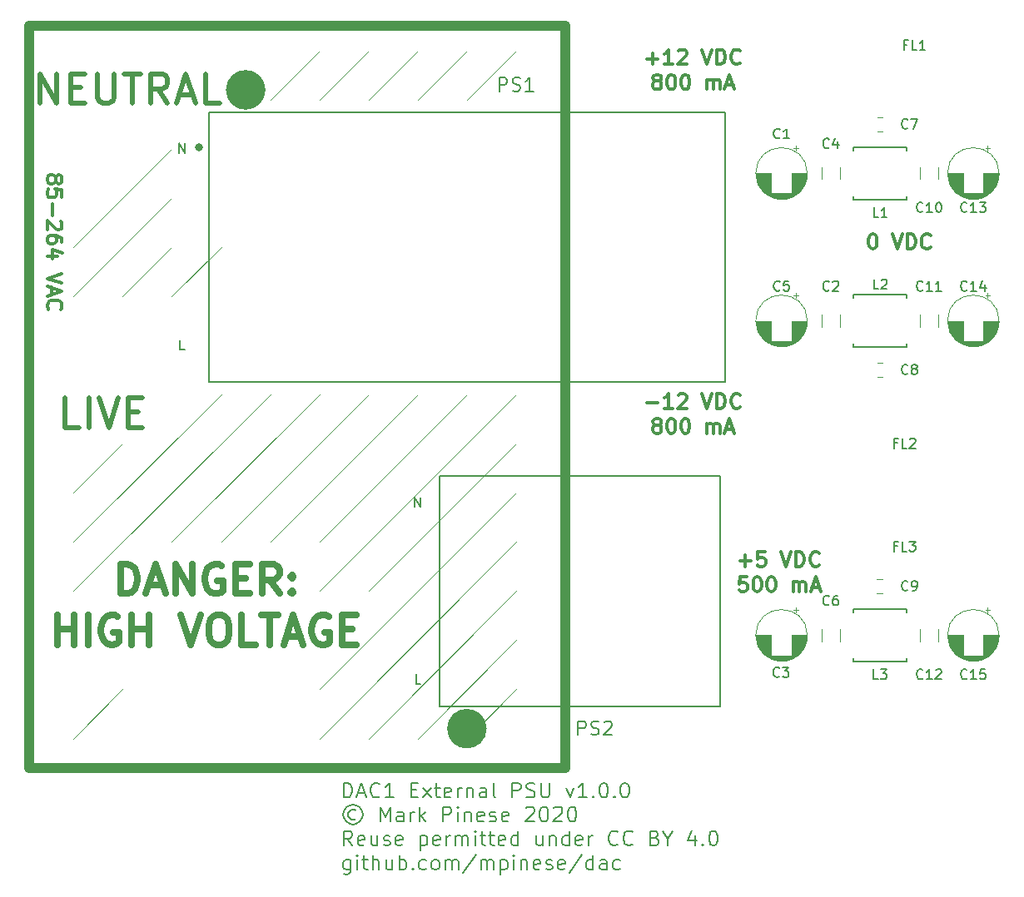
<source format=gbr>
G04 #@! TF.GenerationSoftware,KiCad,Pcbnew,(5.1.5)-3*
G04 #@! TF.CreationDate,2020-06-27T22:24:07+10:00*
G04 #@! TF.ProjectId,external_psu,65787465-726e-4616-9c5f-7073752e6b69,1.0.0*
G04 #@! TF.SameCoordinates,Original*
G04 #@! TF.FileFunction,Legend,Top*
G04 #@! TF.FilePolarity,Positive*
%FSLAX46Y46*%
G04 Gerber Fmt 4.6, Leading zero omitted, Abs format (unit mm)*
G04 Created by KiCad (PCBNEW (5.1.5)-3) date 2020-06-27 22:24:07*
%MOMM*%
%LPD*%
G04 APERTURE LIST*
%ADD10C,0.120000*%
%ADD11C,1.000000*%
%ADD12C,0.700000*%
%ADD13C,0.150000*%
%ADD14C,2.000000*%
%ADD15C,0.300000*%
%ADD16C,0.500000*%
%ADD17C,0.200000*%
%ADD18C,0.152400*%
%ADD19C,0.400000*%
%ADD20C,0.127000*%
G04 APERTURE END LIST*
D10*
X135000000Y-60000000D02*
X140000000Y-55000000D01*
X130000000Y-60000000D02*
X135000000Y-55000000D01*
X105000000Y-80000000D02*
X110000000Y-75000000D01*
X100000000Y-80000000D02*
X105000000Y-75000000D01*
X95000000Y-80000000D02*
X105000000Y-70000000D01*
X95000000Y-75000000D02*
X105000000Y-65000000D01*
X120000000Y-120000000D02*
X125000000Y-115000000D01*
X95000000Y-125000000D02*
X100000000Y-120000000D01*
X140000000Y-120000000D02*
X135000000Y-125000000D01*
X140000000Y-115000000D02*
X130000000Y-125000000D01*
X125000000Y-125000000D02*
X140000000Y-110000000D01*
X140000000Y-105000000D02*
X120000000Y-125000000D01*
X125000000Y-115000000D02*
X140000000Y-100000000D01*
X140000000Y-95000000D02*
X125000000Y-110000000D01*
X120000000Y-110000000D02*
X140000000Y-90000000D01*
X120000000Y-105000000D02*
X135000000Y-90000000D01*
X115000000Y-105000000D02*
X130000000Y-90000000D01*
X110000000Y-105000000D02*
X125000000Y-90000000D01*
X105000000Y-105000000D02*
X120000000Y-90000000D01*
X95000000Y-110000000D02*
X115000000Y-90000000D01*
X95000000Y-105000000D02*
X110000000Y-90000000D01*
X95000000Y-100000000D02*
X100000000Y-95000000D01*
X120000000Y-55000000D02*
X115000000Y-60000000D01*
X125000000Y-55000000D02*
X120000000Y-60000000D01*
X130000000Y-55000000D02*
X125000000Y-60000000D01*
D11*
X90500000Y-128000000D02*
X90500000Y-52500000D01*
X145000000Y-128000000D02*
X90500000Y-128000000D01*
X145000000Y-52500000D02*
X145000000Y-128000000D01*
X90500000Y-52500000D02*
X145000000Y-52500000D01*
D12*
X99785714Y-110257142D02*
X99785714Y-107257142D01*
X100500000Y-107257142D01*
X100928571Y-107400000D01*
X101214285Y-107685714D01*
X101357142Y-107971428D01*
X101500000Y-108542857D01*
X101500000Y-108971428D01*
X101357142Y-109542857D01*
X101214285Y-109828571D01*
X100928571Y-110114285D01*
X100500000Y-110257142D01*
X99785714Y-110257142D01*
X102642857Y-109400000D02*
X104071428Y-109400000D01*
X102357142Y-110257142D02*
X103357142Y-107257142D01*
X104357142Y-110257142D01*
X105357142Y-110257142D02*
X105357142Y-107257142D01*
X107071428Y-110257142D01*
X107071428Y-107257142D01*
X110071428Y-107400000D02*
X109785714Y-107257142D01*
X109357142Y-107257142D01*
X108928571Y-107400000D01*
X108642857Y-107685714D01*
X108500000Y-107971428D01*
X108357142Y-108542857D01*
X108357142Y-108971428D01*
X108500000Y-109542857D01*
X108642857Y-109828571D01*
X108928571Y-110114285D01*
X109357142Y-110257142D01*
X109642857Y-110257142D01*
X110071428Y-110114285D01*
X110214285Y-109971428D01*
X110214285Y-108971428D01*
X109642857Y-108971428D01*
X111500000Y-108685714D02*
X112500000Y-108685714D01*
X112928571Y-110257142D02*
X111500000Y-110257142D01*
X111500000Y-107257142D01*
X112928571Y-107257142D01*
X115928571Y-110257142D02*
X114928571Y-108828571D01*
X114214285Y-110257142D02*
X114214285Y-107257142D01*
X115357142Y-107257142D01*
X115642857Y-107400000D01*
X115785714Y-107542857D01*
X115928571Y-107828571D01*
X115928571Y-108257142D01*
X115785714Y-108542857D01*
X115642857Y-108685714D01*
X115357142Y-108828571D01*
X114214285Y-108828571D01*
X117214285Y-109971428D02*
X117357142Y-110114285D01*
X117214285Y-110257142D01*
X117071428Y-110114285D01*
X117214285Y-109971428D01*
X117214285Y-110257142D01*
X117214285Y-108400000D02*
X117357142Y-108542857D01*
X117214285Y-108685714D01*
X117071428Y-108542857D01*
X117214285Y-108400000D01*
X117214285Y-108685714D01*
X93357142Y-115457142D02*
X93357142Y-112457142D01*
X93357142Y-113885714D02*
X95071428Y-113885714D01*
X95071428Y-115457142D02*
X95071428Y-112457142D01*
X96500000Y-115457142D02*
X96500000Y-112457142D01*
X99500000Y-112600000D02*
X99214285Y-112457142D01*
X98785714Y-112457142D01*
X98357142Y-112600000D01*
X98071428Y-112885714D01*
X97928571Y-113171428D01*
X97785714Y-113742857D01*
X97785714Y-114171428D01*
X97928571Y-114742857D01*
X98071428Y-115028571D01*
X98357142Y-115314285D01*
X98785714Y-115457142D01*
X99071428Y-115457142D01*
X99500000Y-115314285D01*
X99642857Y-115171428D01*
X99642857Y-114171428D01*
X99071428Y-114171428D01*
X100928571Y-115457142D02*
X100928571Y-112457142D01*
X100928571Y-113885714D02*
X102642857Y-113885714D01*
X102642857Y-115457142D02*
X102642857Y-112457142D01*
X105928571Y-112457142D02*
X106928571Y-115457142D01*
X107928571Y-112457142D01*
X109500000Y-112457142D02*
X110071428Y-112457142D01*
X110357142Y-112600000D01*
X110642857Y-112885714D01*
X110785714Y-113457142D01*
X110785714Y-114457142D01*
X110642857Y-115028571D01*
X110357142Y-115314285D01*
X110071428Y-115457142D01*
X109500000Y-115457142D01*
X109214285Y-115314285D01*
X108928571Y-115028571D01*
X108785714Y-114457142D01*
X108785714Y-113457142D01*
X108928571Y-112885714D01*
X109214285Y-112600000D01*
X109500000Y-112457142D01*
X113500000Y-115457142D02*
X112071428Y-115457142D01*
X112071428Y-112457142D01*
X114071428Y-112457142D02*
X115785714Y-112457142D01*
X114928571Y-115457142D02*
X114928571Y-112457142D01*
X116642857Y-114600000D02*
X118071428Y-114600000D01*
X116357142Y-115457142D02*
X117357142Y-112457142D01*
X118357142Y-115457142D01*
X120928571Y-112600000D02*
X120642857Y-112457142D01*
X120214285Y-112457142D01*
X119785714Y-112600000D01*
X119500000Y-112885714D01*
X119357142Y-113171428D01*
X119214285Y-113742857D01*
X119214285Y-114171428D01*
X119357142Y-114742857D01*
X119500000Y-115028571D01*
X119785714Y-115314285D01*
X120214285Y-115457142D01*
X120500000Y-115457142D01*
X120928571Y-115314285D01*
X121071428Y-115171428D01*
X121071428Y-114171428D01*
X120500000Y-114171428D01*
X122357142Y-113885714D02*
X123357142Y-113885714D01*
X123785714Y-115457142D02*
X122357142Y-115457142D01*
X122357142Y-112457142D01*
X123785714Y-112457142D01*
D13*
X130309523Y-119452380D02*
X129833333Y-119452380D01*
X129833333Y-118452380D01*
X129714285Y-101452380D02*
X129714285Y-100452380D01*
X130285714Y-101452380D01*
X130285714Y-100452380D01*
X106309523Y-85452380D02*
X105833333Y-85452380D01*
X105833333Y-84452380D01*
X105714285Y-65452380D02*
X105714285Y-64452380D01*
X106285714Y-65452380D01*
X106285714Y-64452380D01*
D14*
X113500000Y-59000000D02*
G75*
G03X113500000Y-59000000I-1000000J0D01*
G01*
X136000000Y-124000000D02*
G75*
G03X136000000Y-124000000I-1000000J0D01*
G01*
D15*
X162750000Y-106932142D02*
X163892857Y-106932142D01*
X163321428Y-107503571D02*
X163321428Y-106360714D01*
X165321428Y-106003571D02*
X164607142Y-106003571D01*
X164535714Y-106717857D01*
X164607142Y-106646428D01*
X164750000Y-106575000D01*
X165107142Y-106575000D01*
X165250000Y-106646428D01*
X165321428Y-106717857D01*
X165392857Y-106860714D01*
X165392857Y-107217857D01*
X165321428Y-107360714D01*
X165250000Y-107432142D01*
X165107142Y-107503571D01*
X164750000Y-107503571D01*
X164607142Y-107432142D01*
X164535714Y-107360714D01*
X166964285Y-106003571D02*
X167464285Y-107503571D01*
X167964285Y-106003571D01*
X168464285Y-107503571D02*
X168464285Y-106003571D01*
X168821428Y-106003571D01*
X169035714Y-106075000D01*
X169178571Y-106217857D01*
X169250000Y-106360714D01*
X169321428Y-106646428D01*
X169321428Y-106860714D01*
X169250000Y-107146428D01*
X169178571Y-107289285D01*
X169035714Y-107432142D01*
X168821428Y-107503571D01*
X168464285Y-107503571D01*
X170821428Y-107360714D02*
X170750000Y-107432142D01*
X170535714Y-107503571D01*
X170392857Y-107503571D01*
X170178571Y-107432142D01*
X170035714Y-107289285D01*
X169964285Y-107146428D01*
X169892857Y-106860714D01*
X169892857Y-106646428D01*
X169964285Y-106360714D01*
X170035714Y-106217857D01*
X170178571Y-106075000D01*
X170392857Y-106003571D01*
X170535714Y-106003571D01*
X170750000Y-106075000D01*
X170821428Y-106146428D01*
X163464285Y-108553571D02*
X162750000Y-108553571D01*
X162678571Y-109267857D01*
X162750000Y-109196428D01*
X162892857Y-109125000D01*
X163250000Y-109125000D01*
X163392857Y-109196428D01*
X163464285Y-109267857D01*
X163535714Y-109410714D01*
X163535714Y-109767857D01*
X163464285Y-109910714D01*
X163392857Y-109982142D01*
X163250000Y-110053571D01*
X162892857Y-110053571D01*
X162750000Y-109982142D01*
X162678571Y-109910714D01*
X164464285Y-108553571D02*
X164607142Y-108553571D01*
X164750000Y-108625000D01*
X164821428Y-108696428D01*
X164892857Y-108839285D01*
X164964285Y-109125000D01*
X164964285Y-109482142D01*
X164892857Y-109767857D01*
X164821428Y-109910714D01*
X164750000Y-109982142D01*
X164607142Y-110053571D01*
X164464285Y-110053571D01*
X164321428Y-109982142D01*
X164250000Y-109910714D01*
X164178571Y-109767857D01*
X164107142Y-109482142D01*
X164107142Y-109125000D01*
X164178571Y-108839285D01*
X164250000Y-108696428D01*
X164321428Y-108625000D01*
X164464285Y-108553571D01*
X165892857Y-108553571D02*
X166035714Y-108553571D01*
X166178571Y-108625000D01*
X166250000Y-108696428D01*
X166321428Y-108839285D01*
X166392857Y-109125000D01*
X166392857Y-109482142D01*
X166321428Y-109767857D01*
X166250000Y-109910714D01*
X166178571Y-109982142D01*
X166035714Y-110053571D01*
X165892857Y-110053571D01*
X165750000Y-109982142D01*
X165678571Y-109910714D01*
X165607142Y-109767857D01*
X165535714Y-109482142D01*
X165535714Y-109125000D01*
X165607142Y-108839285D01*
X165678571Y-108696428D01*
X165750000Y-108625000D01*
X165892857Y-108553571D01*
X168178571Y-110053571D02*
X168178571Y-109053571D01*
X168178571Y-109196428D02*
X168250000Y-109125000D01*
X168392857Y-109053571D01*
X168607142Y-109053571D01*
X168750000Y-109125000D01*
X168821428Y-109267857D01*
X168821428Y-110053571D01*
X168821428Y-109267857D02*
X168892857Y-109125000D01*
X169035714Y-109053571D01*
X169250000Y-109053571D01*
X169392857Y-109125000D01*
X169464285Y-109267857D01*
X169464285Y-110053571D01*
X170107142Y-109625000D02*
X170821428Y-109625000D01*
X169964285Y-110053571D02*
X170464285Y-108553571D01*
X170964285Y-110053571D01*
X153285714Y-90832142D02*
X154428571Y-90832142D01*
X155928571Y-91403571D02*
X155071428Y-91403571D01*
X155500000Y-91403571D02*
X155500000Y-89903571D01*
X155357142Y-90117857D01*
X155214285Y-90260714D01*
X155071428Y-90332142D01*
X156500000Y-90046428D02*
X156571428Y-89975000D01*
X156714285Y-89903571D01*
X157071428Y-89903571D01*
X157214285Y-89975000D01*
X157285714Y-90046428D01*
X157357142Y-90189285D01*
X157357142Y-90332142D01*
X157285714Y-90546428D01*
X156428571Y-91403571D01*
X157357142Y-91403571D01*
X158928571Y-89903571D02*
X159428571Y-91403571D01*
X159928571Y-89903571D01*
X160428571Y-91403571D02*
X160428571Y-89903571D01*
X160785714Y-89903571D01*
X161000000Y-89975000D01*
X161142857Y-90117857D01*
X161214285Y-90260714D01*
X161285714Y-90546428D01*
X161285714Y-90760714D01*
X161214285Y-91046428D01*
X161142857Y-91189285D01*
X161000000Y-91332142D01*
X160785714Y-91403571D01*
X160428571Y-91403571D01*
X162785714Y-91260714D02*
X162714285Y-91332142D01*
X162500000Y-91403571D01*
X162357142Y-91403571D01*
X162142857Y-91332142D01*
X162000000Y-91189285D01*
X161928571Y-91046428D01*
X161857142Y-90760714D01*
X161857142Y-90546428D01*
X161928571Y-90260714D01*
X162000000Y-90117857D01*
X162142857Y-89975000D01*
X162357142Y-89903571D01*
X162500000Y-89903571D01*
X162714285Y-89975000D01*
X162785714Y-90046428D01*
X154214285Y-93096428D02*
X154071428Y-93025000D01*
X154000000Y-92953571D01*
X153928571Y-92810714D01*
X153928571Y-92739285D01*
X154000000Y-92596428D01*
X154071428Y-92525000D01*
X154214285Y-92453571D01*
X154500000Y-92453571D01*
X154642857Y-92525000D01*
X154714285Y-92596428D01*
X154785714Y-92739285D01*
X154785714Y-92810714D01*
X154714285Y-92953571D01*
X154642857Y-93025000D01*
X154500000Y-93096428D01*
X154214285Y-93096428D01*
X154071428Y-93167857D01*
X154000000Y-93239285D01*
X153928571Y-93382142D01*
X153928571Y-93667857D01*
X154000000Y-93810714D01*
X154071428Y-93882142D01*
X154214285Y-93953571D01*
X154500000Y-93953571D01*
X154642857Y-93882142D01*
X154714285Y-93810714D01*
X154785714Y-93667857D01*
X154785714Y-93382142D01*
X154714285Y-93239285D01*
X154642857Y-93167857D01*
X154500000Y-93096428D01*
X155714285Y-92453571D02*
X155857142Y-92453571D01*
X156000000Y-92525000D01*
X156071428Y-92596428D01*
X156142857Y-92739285D01*
X156214285Y-93025000D01*
X156214285Y-93382142D01*
X156142857Y-93667857D01*
X156071428Y-93810714D01*
X156000000Y-93882142D01*
X155857142Y-93953571D01*
X155714285Y-93953571D01*
X155571428Y-93882142D01*
X155500000Y-93810714D01*
X155428571Y-93667857D01*
X155357142Y-93382142D01*
X155357142Y-93025000D01*
X155428571Y-92739285D01*
X155500000Y-92596428D01*
X155571428Y-92525000D01*
X155714285Y-92453571D01*
X157142857Y-92453571D02*
X157285714Y-92453571D01*
X157428571Y-92525000D01*
X157500000Y-92596428D01*
X157571428Y-92739285D01*
X157642857Y-93025000D01*
X157642857Y-93382142D01*
X157571428Y-93667857D01*
X157500000Y-93810714D01*
X157428571Y-93882142D01*
X157285714Y-93953571D01*
X157142857Y-93953571D01*
X157000000Y-93882142D01*
X156928571Y-93810714D01*
X156857142Y-93667857D01*
X156785714Y-93382142D01*
X156785714Y-93025000D01*
X156857142Y-92739285D01*
X156928571Y-92596428D01*
X157000000Y-92525000D01*
X157142857Y-92453571D01*
X159428571Y-93953571D02*
X159428571Y-92953571D01*
X159428571Y-93096428D02*
X159500000Y-93025000D01*
X159642857Y-92953571D01*
X159857142Y-92953571D01*
X160000000Y-93025000D01*
X160071428Y-93167857D01*
X160071428Y-93953571D01*
X160071428Y-93167857D02*
X160142857Y-93025000D01*
X160285714Y-92953571D01*
X160500000Y-92953571D01*
X160642857Y-93025000D01*
X160714285Y-93167857D01*
X160714285Y-93953571D01*
X161357142Y-93525000D02*
X162071428Y-93525000D01*
X161214285Y-93953571D02*
X161714285Y-92453571D01*
X162214285Y-93953571D01*
X176214285Y-73678571D02*
X176357142Y-73678571D01*
X176500000Y-73750000D01*
X176571428Y-73821428D01*
X176642857Y-73964285D01*
X176714285Y-74250000D01*
X176714285Y-74607142D01*
X176642857Y-74892857D01*
X176571428Y-75035714D01*
X176500000Y-75107142D01*
X176357142Y-75178571D01*
X176214285Y-75178571D01*
X176071428Y-75107142D01*
X176000000Y-75035714D01*
X175928571Y-74892857D01*
X175857142Y-74607142D01*
X175857142Y-74250000D01*
X175928571Y-73964285D01*
X176000000Y-73821428D01*
X176071428Y-73750000D01*
X176214285Y-73678571D01*
X178285714Y-73678571D02*
X178785714Y-75178571D01*
X179285714Y-73678571D01*
X179785714Y-75178571D02*
X179785714Y-73678571D01*
X180142857Y-73678571D01*
X180357142Y-73750000D01*
X180500000Y-73892857D01*
X180571428Y-74035714D01*
X180642857Y-74321428D01*
X180642857Y-74535714D01*
X180571428Y-74821428D01*
X180500000Y-74964285D01*
X180357142Y-75107142D01*
X180142857Y-75178571D01*
X179785714Y-75178571D01*
X182142857Y-75035714D02*
X182071428Y-75107142D01*
X181857142Y-75178571D01*
X181714285Y-75178571D01*
X181500000Y-75107142D01*
X181357142Y-74964285D01*
X181285714Y-74821428D01*
X181214285Y-74535714D01*
X181214285Y-74321428D01*
X181285714Y-74035714D01*
X181357142Y-73892857D01*
X181500000Y-73750000D01*
X181714285Y-73678571D01*
X181857142Y-73678571D01*
X182071428Y-73750000D01*
X182142857Y-73821428D01*
X153285714Y-55832142D02*
X154428571Y-55832142D01*
X153857142Y-56403571D02*
X153857142Y-55260714D01*
X155928571Y-56403571D02*
X155071428Y-56403571D01*
X155500000Y-56403571D02*
X155500000Y-54903571D01*
X155357142Y-55117857D01*
X155214285Y-55260714D01*
X155071428Y-55332142D01*
X156500000Y-55046428D02*
X156571428Y-54975000D01*
X156714285Y-54903571D01*
X157071428Y-54903571D01*
X157214285Y-54975000D01*
X157285714Y-55046428D01*
X157357142Y-55189285D01*
X157357142Y-55332142D01*
X157285714Y-55546428D01*
X156428571Y-56403571D01*
X157357142Y-56403571D01*
X158928571Y-54903571D02*
X159428571Y-56403571D01*
X159928571Y-54903571D01*
X160428571Y-56403571D02*
X160428571Y-54903571D01*
X160785714Y-54903571D01*
X161000000Y-54975000D01*
X161142857Y-55117857D01*
X161214285Y-55260714D01*
X161285714Y-55546428D01*
X161285714Y-55760714D01*
X161214285Y-56046428D01*
X161142857Y-56189285D01*
X161000000Y-56332142D01*
X160785714Y-56403571D01*
X160428571Y-56403571D01*
X162785714Y-56260714D02*
X162714285Y-56332142D01*
X162500000Y-56403571D01*
X162357142Y-56403571D01*
X162142857Y-56332142D01*
X162000000Y-56189285D01*
X161928571Y-56046428D01*
X161857142Y-55760714D01*
X161857142Y-55546428D01*
X161928571Y-55260714D01*
X162000000Y-55117857D01*
X162142857Y-54975000D01*
X162357142Y-54903571D01*
X162500000Y-54903571D01*
X162714285Y-54975000D01*
X162785714Y-55046428D01*
X154214285Y-58096428D02*
X154071428Y-58025000D01*
X154000000Y-57953571D01*
X153928571Y-57810714D01*
X153928571Y-57739285D01*
X154000000Y-57596428D01*
X154071428Y-57525000D01*
X154214285Y-57453571D01*
X154500000Y-57453571D01*
X154642857Y-57525000D01*
X154714285Y-57596428D01*
X154785714Y-57739285D01*
X154785714Y-57810714D01*
X154714285Y-57953571D01*
X154642857Y-58025000D01*
X154500000Y-58096428D01*
X154214285Y-58096428D01*
X154071428Y-58167857D01*
X154000000Y-58239285D01*
X153928571Y-58382142D01*
X153928571Y-58667857D01*
X154000000Y-58810714D01*
X154071428Y-58882142D01*
X154214285Y-58953571D01*
X154500000Y-58953571D01*
X154642857Y-58882142D01*
X154714285Y-58810714D01*
X154785714Y-58667857D01*
X154785714Y-58382142D01*
X154714285Y-58239285D01*
X154642857Y-58167857D01*
X154500000Y-58096428D01*
X155714285Y-57453571D02*
X155857142Y-57453571D01*
X156000000Y-57525000D01*
X156071428Y-57596428D01*
X156142857Y-57739285D01*
X156214285Y-58025000D01*
X156214285Y-58382142D01*
X156142857Y-58667857D01*
X156071428Y-58810714D01*
X156000000Y-58882142D01*
X155857142Y-58953571D01*
X155714285Y-58953571D01*
X155571428Y-58882142D01*
X155500000Y-58810714D01*
X155428571Y-58667857D01*
X155357142Y-58382142D01*
X155357142Y-58025000D01*
X155428571Y-57739285D01*
X155500000Y-57596428D01*
X155571428Y-57525000D01*
X155714285Y-57453571D01*
X157142857Y-57453571D02*
X157285714Y-57453571D01*
X157428571Y-57525000D01*
X157500000Y-57596428D01*
X157571428Y-57739285D01*
X157642857Y-58025000D01*
X157642857Y-58382142D01*
X157571428Y-58667857D01*
X157500000Y-58810714D01*
X157428571Y-58882142D01*
X157285714Y-58953571D01*
X157142857Y-58953571D01*
X157000000Y-58882142D01*
X156928571Y-58810714D01*
X156857142Y-58667857D01*
X156785714Y-58382142D01*
X156785714Y-58025000D01*
X156857142Y-57739285D01*
X156928571Y-57596428D01*
X157000000Y-57525000D01*
X157142857Y-57453571D01*
X159428571Y-58953571D02*
X159428571Y-57953571D01*
X159428571Y-58096428D02*
X159500000Y-58025000D01*
X159642857Y-57953571D01*
X159857142Y-57953571D01*
X160000000Y-58025000D01*
X160071428Y-58167857D01*
X160071428Y-58953571D01*
X160071428Y-58167857D02*
X160142857Y-58025000D01*
X160285714Y-57953571D01*
X160500000Y-57953571D01*
X160642857Y-58025000D01*
X160714285Y-58167857D01*
X160714285Y-58953571D01*
X161357142Y-58525000D02*
X162071428Y-58525000D01*
X161214285Y-58953571D02*
X161714285Y-57453571D01*
X162214285Y-58953571D01*
X93178571Y-67964285D02*
X93250000Y-67821428D01*
X93321428Y-67750000D01*
X93464285Y-67678571D01*
X93535714Y-67678571D01*
X93678571Y-67750000D01*
X93750000Y-67821428D01*
X93821428Y-67964285D01*
X93821428Y-68250000D01*
X93750000Y-68392857D01*
X93678571Y-68464285D01*
X93535714Y-68535714D01*
X93464285Y-68535714D01*
X93321428Y-68464285D01*
X93250000Y-68392857D01*
X93178571Y-68250000D01*
X93178571Y-67964285D01*
X93107142Y-67821428D01*
X93035714Y-67750000D01*
X92892857Y-67678571D01*
X92607142Y-67678571D01*
X92464285Y-67750000D01*
X92392857Y-67821428D01*
X92321428Y-67964285D01*
X92321428Y-68250000D01*
X92392857Y-68392857D01*
X92464285Y-68464285D01*
X92607142Y-68535714D01*
X92892857Y-68535714D01*
X93035714Y-68464285D01*
X93107142Y-68392857D01*
X93178571Y-68250000D01*
X93821428Y-69892857D02*
X93821428Y-69178571D01*
X93107142Y-69107142D01*
X93178571Y-69178571D01*
X93250000Y-69321428D01*
X93250000Y-69678571D01*
X93178571Y-69821428D01*
X93107142Y-69892857D01*
X92964285Y-69964285D01*
X92607142Y-69964285D01*
X92464285Y-69892857D01*
X92392857Y-69821428D01*
X92321428Y-69678571D01*
X92321428Y-69321428D01*
X92392857Y-69178571D01*
X92464285Y-69107142D01*
X92892857Y-70607142D02*
X92892857Y-71750000D01*
X93678571Y-72392857D02*
X93750000Y-72464285D01*
X93821428Y-72607142D01*
X93821428Y-72964285D01*
X93750000Y-73107142D01*
X93678571Y-73178571D01*
X93535714Y-73250000D01*
X93392857Y-73250000D01*
X93178571Y-73178571D01*
X92321428Y-72321428D01*
X92321428Y-73250000D01*
X93821428Y-74535714D02*
X93821428Y-74250000D01*
X93750000Y-74107142D01*
X93678571Y-74035714D01*
X93464285Y-73892857D01*
X93178571Y-73821428D01*
X92607142Y-73821428D01*
X92464285Y-73892857D01*
X92392857Y-73964285D01*
X92321428Y-74107142D01*
X92321428Y-74392857D01*
X92392857Y-74535714D01*
X92464285Y-74607142D01*
X92607142Y-74678571D01*
X92964285Y-74678571D01*
X93107142Y-74607142D01*
X93178571Y-74535714D01*
X93250000Y-74392857D01*
X93250000Y-74107142D01*
X93178571Y-73964285D01*
X93107142Y-73892857D01*
X92964285Y-73821428D01*
X93321428Y-75964285D02*
X92321428Y-75964285D01*
X93892857Y-75607142D02*
X92821428Y-75250000D01*
X92821428Y-76178571D01*
X93821428Y-77678571D02*
X92321428Y-78178571D01*
X93821428Y-78678571D01*
X92750000Y-79107142D02*
X92750000Y-79821428D01*
X92321428Y-78964285D02*
X93821428Y-79464285D01*
X92321428Y-79964285D01*
X92464285Y-81321428D02*
X92392857Y-81250000D01*
X92321428Y-81035714D01*
X92321428Y-80892857D01*
X92392857Y-80678571D01*
X92535714Y-80535714D01*
X92678571Y-80464285D01*
X92964285Y-80392857D01*
X93178571Y-80392857D01*
X93464285Y-80464285D01*
X93607142Y-80535714D01*
X93750000Y-80678571D01*
X93821428Y-80892857D01*
X93821428Y-81035714D01*
X93750000Y-81250000D01*
X93678571Y-81321428D01*
D16*
X91571428Y-60357142D02*
X91571428Y-57357142D01*
X93285714Y-60357142D01*
X93285714Y-57357142D01*
X94714285Y-58785714D02*
X95714285Y-58785714D01*
X96142857Y-60357142D02*
X94714285Y-60357142D01*
X94714285Y-57357142D01*
X96142857Y-57357142D01*
X97428571Y-57357142D02*
X97428571Y-59785714D01*
X97571428Y-60071428D01*
X97714285Y-60214285D01*
X98000000Y-60357142D01*
X98571428Y-60357142D01*
X98857142Y-60214285D01*
X99000000Y-60071428D01*
X99142857Y-59785714D01*
X99142857Y-57357142D01*
X100142857Y-57357142D02*
X101857142Y-57357142D01*
X101000000Y-60357142D02*
X101000000Y-57357142D01*
X104571428Y-60357142D02*
X103571428Y-58928571D01*
X102857142Y-60357142D02*
X102857142Y-57357142D01*
X104000000Y-57357142D01*
X104285714Y-57500000D01*
X104428571Y-57642857D01*
X104571428Y-57928571D01*
X104571428Y-58357142D01*
X104428571Y-58642857D01*
X104285714Y-58785714D01*
X104000000Y-58928571D01*
X102857142Y-58928571D01*
X105714285Y-59500000D02*
X107142857Y-59500000D01*
X105428571Y-60357142D02*
X106428571Y-57357142D01*
X107428571Y-60357142D01*
X109857142Y-60357142D02*
X108428571Y-60357142D01*
X108428571Y-57357142D01*
X95571428Y-93357142D02*
X94142857Y-93357142D01*
X94142857Y-90357142D01*
X96571428Y-93357142D02*
X96571428Y-90357142D01*
X97571428Y-90357142D02*
X98571428Y-93357142D01*
X99571428Y-90357142D01*
X100571428Y-91785714D02*
X101571428Y-91785714D01*
X102000000Y-93357142D02*
X100571428Y-93357142D01*
X100571428Y-90357142D01*
X102000000Y-90357142D01*
D17*
X122487142Y-131003571D02*
X122487142Y-129503571D01*
X122844285Y-129503571D01*
X123058571Y-129575000D01*
X123201428Y-129717857D01*
X123272857Y-129860714D01*
X123344285Y-130146428D01*
X123344285Y-130360714D01*
X123272857Y-130646428D01*
X123201428Y-130789285D01*
X123058571Y-130932142D01*
X122844285Y-131003571D01*
X122487142Y-131003571D01*
X123915714Y-130575000D02*
X124630000Y-130575000D01*
X123772857Y-131003571D02*
X124272857Y-129503571D01*
X124772857Y-131003571D01*
X126130000Y-130860714D02*
X126058571Y-130932142D01*
X125844285Y-131003571D01*
X125701428Y-131003571D01*
X125487142Y-130932142D01*
X125344285Y-130789285D01*
X125272857Y-130646428D01*
X125201428Y-130360714D01*
X125201428Y-130146428D01*
X125272857Y-129860714D01*
X125344285Y-129717857D01*
X125487142Y-129575000D01*
X125701428Y-129503571D01*
X125844285Y-129503571D01*
X126058571Y-129575000D01*
X126130000Y-129646428D01*
X127558571Y-131003571D02*
X126701428Y-131003571D01*
X127130000Y-131003571D02*
X127130000Y-129503571D01*
X126987142Y-129717857D01*
X126844285Y-129860714D01*
X126701428Y-129932142D01*
X129344285Y-130217857D02*
X129844285Y-130217857D01*
X130058571Y-131003571D02*
X129344285Y-131003571D01*
X129344285Y-129503571D01*
X130058571Y-129503571D01*
X130558571Y-131003571D02*
X131344285Y-130003571D01*
X130558571Y-130003571D02*
X131344285Y-131003571D01*
X131701428Y-130003571D02*
X132272857Y-130003571D01*
X131915714Y-129503571D02*
X131915714Y-130789285D01*
X131987142Y-130932142D01*
X132130000Y-131003571D01*
X132272857Y-131003571D01*
X133344285Y-130932142D02*
X133201428Y-131003571D01*
X132915714Y-131003571D01*
X132772857Y-130932142D01*
X132701428Y-130789285D01*
X132701428Y-130217857D01*
X132772857Y-130075000D01*
X132915714Y-130003571D01*
X133201428Y-130003571D01*
X133344285Y-130075000D01*
X133415714Y-130217857D01*
X133415714Y-130360714D01*
X132701428Y-130503571D01*
X134058571Y-131003571D02*
X134058571Y-130003571D01*
X134058571Y-130289285D02*
X134130000Y-130146428D01*
X134201428Y-130075000D01*
X134344285Y-130003571D01*
X134487142Y-130003571D01*
X134987142Y-130003571D02*
X134987142Y-131003571D01*
X134987142Y-130146428D02*
X135058571Y-130075000D01*
X135201428Y-130003571D01*
X135415714Y-130003571D01*
X135558571Y-130075000D01*
X135630000Y-130217857D01*
X135630000Y-131003571D01*
X136987142Y-131003571D02*
X136987142Y-130217857D01*
X136915714Y-130075000D01*
X136772857Y-130003571D01*
X136487142Y-130003571D01*
X136344285Y-130075000D01*
X136987142Y-130932142D02*
X136844285Y-131003571D01*
X136487142Y-131003571D01*
X136344285Y-130932142D01*
X136272857Y-130789285D01*
X136272857Y-130646428D01*
X136344285Y-130503571D01*
X136487142Y-130432142D01*
X136844285Y-130432142D01*
X136987142Y-130360714D01*
X137915714Y-131003571D02*
X137772857Y-130932142D01*
X137701428Y-130789285D01*
X137701428Y-129503571D01*
X139630000Y-131003571D02*
X139630000Y-129503571D01*
X140201428Y-129503571D01*
X140344285Y-129575000D01*
X140415714Y-129646428D01*
X140487142Y-129789285D01*
X140487142Y-130003571D01*
X140415714Y-130146428D01*
X140344285Y-130217857D01*
X140201428Y-130289285D01*
X139630000Y-130289285D01*
X141058571Y-130932142D02*
X141272857Y-131003571D01*
X141630000Y-131003571D01*
X141772857Y-130932142D01*
X141844285Y-130860714D01*
X141915714Y-130717857D01*
X141915714Y-130575000D01*
X141844285Y-130432142D01*
X141772857Y-130360714D01*
X141630000Y-130289285D01*
X141344285Y-130217857D01*
X141201428Y-130146428D01*
X141130000Y-130075000D01*
X141058571Y-129932142D01*
X141058571Y-129789285D01*
X141130000Y-129646428D01*
X141201428Y-129575000D01*
X141344285Y-129503571D01*
X141701428Y-129503571D01*
X141915714Y-129575000D01*
X142558571Y-129503571D02*
X142558571Y-130717857D01*
X142630000Y-130860714D01*
X142701428Y-130932142D01*
X142844285Y-131003571D01*
X143130000Y-131003571D01*
X143272857Y-130932142D01*
X143344285Y-130860714D01*
X143415714Y-130717857D01*
X143415714Y-129503571D01*
X145130000Y-130003571D02*
X145487142Y-131003571D01*
X145844285Y-130003571D01*
X147201428Y-131003571D02*
X146344285Y-131003571D01*
X146772857Y-131003571D02*
X146772857Y-129503571D01*
X146630000Y-129717857D01*
X146487142Y-129860714D01*
X146344285Y-129932142D01*
X147844285Y-130860714D02*
X147915714Y-130932142D01*
X147844285Y-131003571D01*
X147772857Y-130932142D01*
X147844285Y-130860714D01*
X147844285Y-131003571D01*
X148844285Y-129503571D02*
X148987142Y-129503571D01*
X149130000Y-129575000D01*
X149201428Y-129646428D01*
X149272857Y-129789285D01*
X149344285Y-130075000D01*
X149344285Y-130432142D01*
X149272857Y-130717857D01*
X149201428Y-130860714D01*
X149130000Y-130932142D01*
X148987142Y-131003571D01*
X148844285Y-131003571D01*
X148701428Y-130932142D01*
X148630000Y-130860714D01*
X148558571Y-130717857D01*
X148487142Y-130432142D01*
X148487142Y-130075000D01*
X148558571Y-129789285D01*
X148630000Y-129646428D01*
X148701428Y-129575000D01*
X148844285Y-129503571D01*
X149987142Y-130860714D02*
X150058571Y-130932142D01*
X149987142Y-131003571D01*
X149915714Y-130932142D01*
X149987142Y-130860714D01*
X149987142Y-131003571D01*
X150987142Y-129503571D02*
X151130000Y-129503571D01*
X151272857Y-129575000D01*
X151344285Y-129646428D01*
X151415714Y-129789285D01*
X151487142Y-130075000D01*
X151487142Y-130432142D01*
X151415714Y-130717857D01*
X151344285Y-130860714D01*
X151272857Y-130932142D01*
X151130000Y-131003571D01*
X150987142Y-131003571D01*
X150844285Y-130932142D01*
X150772857Y-130860714D01*
X150701428Y-130717857D01*
X150630000Y-130432142D01*
X150630000Y-130075000D01*
X150701428Y-129789285D01*
X150772857Y-129646428D01*
X150844285Y-129575000D01*
X150987142Y-129503571D01*
X123701428Y-132310714D02*
X123558571Y-132239285D01*
X123272857Y-132239285D01*
X123130000Y-132310714D01*
X122987142Y-132453571D01*
X122915714Y-132596428D01*
X122915714Y-132882142D01*
X122987142Y-133025000D01*
X123130000Y-133167857D01*
X123272857Y-133239285D01*
X123558571Y-133239285D01*
X123701428Y-133167857D01*
X123415714Y-131739285D02*
X123058571Y-131810714D01*
X122701428Y-132025000D01*
X122487142Y-132382142D01*
X122415714Y-132739285D01*
X122487142Y-133096428D01*
X122701428Y-133453571D01*
X123058571Y-133667857D01*
X123415714Y-133739285D01*
X123772857Y-133667857D01*
X124130000Y-133453571D01*
X124344285Y-133096428D01*
X124415714Y-132739285D01*
X124344285Y-132382142D01*
X124130000Y-132025000D01*
X123772857Y-131810714D01*
X123415714Y-131739285D01*
X126201428Y-133453571D02*
X126201428Y-131953571D01*
X126701428Y-133025000D01*
X127201428Y-131953571D01*
X127201428Y-133453571D01*
X128558571Y-133453571D02*
X128558571Y-132667857D01*
X128487142Y-132525000D01*
X128344285Y-132453571D01*
X128058571Y-132453571D01*
X127915714Y-132525000D01*
X128558571Y-133382142D02*
X128415714Y-133453571D01*
X128058571Y-133453571D01*
X127915714Y-133382142D01*
X127844285Y-133239285D01*
X127844285Y-133096428D01*
X127915714Y-132953571D01*
X128058571Y-132882142D01*
X128415714Y-132882142D01*
X128558571Y-132810714D01*
X129272857Y-133453571D02*
X129272857Y-132453571D01*
X129272857Y-132739285D02*
X129344285Y-132596428D01*
X129415714Y-132525000D01*
X129558571Y-132453571D01*
X129701428Y-132453571D01*
X130201428Y-133453571D02*
X130201428Y-131953571D01*
X130344285Y-132882142D02*
X130772857Y-133453571D01*
X130772857Y-132453571D02*
X130201428Y-133025000D01*
X132558571Y-133453571D02*
X132558571Y-131953571D01*
X133130000Y-131953571D01*
X133272857Y-132025000D01*
X133344285Y-132096428D01*
X133415714Y-132239285D01*
X133415714Y-132453571D01*
X133344285Y-132596428D01*
X133272857Y-132667857D01*
X133130000Y-132739285D01*
X132558571Y-132739285D01*
X134058571Y-133453571D02*
X134058571Y-132453571D01*
X134058571Y-131953571D02*
X133987142Y-132025000D01*
X134058571Y-132096428D01*
X134130000Y-132025000D01*
X134058571Y-131953571D01*
X134058571Y-132096428D01*
X134772857Y-132453571D02*
X134772857Y-133453571D01*
X134772857Y-132596428D02*
X134844285Y-132525000D01*
X134987142Y-132453571D01*
X135201428Y-132453571D01*
X135344285Y-132525000D01*
X135415714Y-132667857D01*
X135415714Y-133453571D01*
X136701428Y-133382142D02*
X136558571Y-133453571D01*
X136272857Y-133453571D01*
X136130000Y-133382142D01*
X136058571Y-133239285D01*
X136058571Y-132667857D01*
X136130000Y-132525000D01*
X136272857Y-132453571D01*
X136558571Y-132453571D01*
X136701428Y-132525000D01*
X136772857Y-132667857D01*
X136772857Y-132810714D01*
X136058571Y-132953571D01*
X137344285Y-133382142D02*
X137487142Y-133453571D01*
X137772857Y-133453571D01*
X137915714Y-133382142D01*
X137987142Y-133239285D01*
X137987142Y-133167857D01*
X137915714Y-133025000D01*
X137772857Y-132953571D01*
X137558571Y-132953571D01*
X137415714Y-132882142D01*
X137344285Y-132739285D01*
X137344285Y-132667857D01*
X137415714Y-132525000D01*
X137558571Y-132453571D01*
X137772857Y-132453571D01*
X137915714Y-132525000D01*
X139201428Y-133382142D02*
X139058571Y-133453571D01*
X138772857Y-133453571D01*
X138630000Y-133382142D01*
X138558571Y-133239285D01*
X138558571Y-132667857D01*
X138630000Y-132525000D01*
X138772857Y-132453571D01*
X139058571Y-132453571D01*
X139201428Y-132525000D01*
X139272857Y-132667857D01*
X139272857Y-132810714D01*
X138558571Y-132953571D01*
X140987142Y-132096428D02*
X141058571Y-132025000D01*
X141201428Y-131953571D01*
X141558571Y-131953571D01*
X141701428Y-132025000D01*
X141772857Y-132096428D01*
X141844285Y-132239285D01*
X141844285Y-132382142D01*
X141772857Y-132596428D01*
X140915714Y-133453571D01*
X141844285Y-133453571D01*
X142772857Y-131953571D02*
X142915714Y-131953571D01*
X143058571Y-132025000D01*
X143130000Y-132096428D01*
X143201428Y-132239285D01*
X143272857Y-132525000D01*
X143272857Y-132882142D01*
X143201428Y-133167857D01*
X143130000Y-133310714D01*
X143058571Y-133382142D01*
X142915714Y-133453571D01*
X142772857Y-133453571D01*
X142630000Y-133382142D01*
X142558571Y-133310714D01*
X142487142Y-133167857D01*
X142415714Y-132882142D01*
X142415714Y-132525000D01*
X142487142Y-132239285D01*
X142558571Y-132096428D01*
X142630000Y-132025000D01*
X142772857Y-131953571D01*
X143844285Y-132096428D02*
X143915714Y-132025000D01*
X144058571Y-131953571D01*
X144415714Y-131953571D01*
X144558571Y-132025000D01*
X144630000Y-132096428D01*
X144701428Y-132239285D01*
X144701428Y-132382142D01*
X144630000Y-132596428D01*
X143772857Y-133453571D01*
X144701428Y-133453571D01*
X145630000Y-131953571D02*
X145772857Y-131953571D01*
X145915714Y-132025000D01*
X145987142Y-132096428D01*
X146058571Y-132239285D01*
X146130000Y-132525000D01*
X146130000Y-132882142D01*
X146058571Y-133167857D01*
X145987142Y-133310714D01*
X145915714Y-133382142D01*
X145772857Y-133453571D01*
X145630000Y-133453571D01*
X145487142Y-133382142D01*
X145415714Y-133310714D01*
X145344285Y-133167857D01*
X145272857Y-132882142D01*
X145272857Y-132525000D01*
X145344285Y-132239285D01*
X145415714Y-132096428D01*
X145487142Y-132025000D01*
X145630000Y-131953571D01*
X123344285Y-135903571D02*
X122844285Y-135189285D01*
X122487142Y-135903571D02*
X122487142Y-134403571D01*
X123058571Y-134403571D01*
X123201428Y-134475000D01*
X123272857Y-134546428D01*
X123344285Y-134689285D01*
X123344285Y-134903571D01*
X123272857Y-135046428D01*
X123201428Y-135117857D01*
X123058571Y-135189285D01*
X122487142Y-135189285D01*
X124558571Y-135832142D02*
X124415714Y-135903571D01*
X124130000Y-135903571D01*
X123987142Y-135832142D01*
X123915714Y-135689285D01*
X123915714Y-135117857D01*
X123987142Y-134975000D01*
X124130000Y-134903571D01*
X124415714Y-134903571D01*
X124558571Y-134975000D01*
X124630000Y-135117857D01*
X124630000Y-135260714D01*
X123915714Y-135403571D01*
X125915714Y-134903571D02*
X125915714Y-135903571D01*
X125272857Y-134903571D02*
X125272857Y-135689285D01*
X125344285Y-135832142D01*
X125487142Y-135903571D01*
X125701428Y-135903571D01*
X125844285Y-135832142D01*
X125915714Y-135760714D01*
X126558571Y-135832142D02*
X126701428Y-135903571D01*
X126987142Y-135903571D01*
X127130000Y-135832142D01*
X127201428Y-135689285D01*
X127201428Y-135617857D01*
X127130000Y-135475000D01*
X126987142Y-135403571D01*
X126772857Y-135403571D01*
X126630000Y-135332142D01*
X126558571Y-135189285D01*
X126558571Y-135117857D01*
X126630000Y-134975000D01*
X126772857Y-134903571D01*
X126987142Y-134903571D01*
X127130000Y-134975000D01*
X128415714Y-135832142D02*
X128272857Y-135903571D01*
X127987142Y-135903571D01*
X127844285Y-135832142D01*
X127772857Y-135689285D01*
X127772857Y-135117857D01*
X127844285Y-134975000D01*
X127987142Y-134903571D01*
X128272857Y-134903571D01*
X128415714Y-134975000D01*
X128487142Y-135117857D01*
X128487142Y-135260714D01*
X127772857Y-135403571D01*
X130272857Y-134903571D02*
X130272857Y-136403571D01*
X130272857Y-134975000D02*
X130415714Y-134903571D01*
X130701428Y-134903571D01*
X130844285Y-134975000D01*
X130915714Y-135046428D01*
X130987142Y-135189285D01*
X130987142Y-135617857D01*
X130915714Y-135760714D01*
X130844285Y-135832142D01*
X130701428Y-135903571D01*
X130415714Y-135903571D01*
X130272857Y-135832142D01*
X132201428Y-135832142D02*
X132058571Y-135903571D01*
X131772857Y-135903571D01*
X131630000Y-135832142D01*
X131558571Y-135689285D01*
X131558571Y-135117857D01*
X131630000Y-134975000D01*
X131772857Y-134903571D01*
X132058571Y-134903571D01*
X132201428Y-134975000D01*
X132272857Y-135117857D01*
X132272857Y-135260714D01*
X131558571Y-135403571D01*
X132915714Y-135903571D02*
X132915714Y-134903571D01*
X132915714Y-135189285D02*
X132987142Y-135046428D01*
X133058571Y-134975000D01*
X133201428Y-134903571D01*
X133344285Y-134903571D01*
X133844285Y-135903571D02*
X133844285Y-134903571D01*
X133844285Y-135046428D02*
X133915714Y-134975000D01*
X134058571Y-134903571D01*
X134272857Y-134903571D01*
X134415714Y-134975000D01*
X134487142Y-135117857D01*
X134487142Y-135903571D01*
X134487142Y-135117857D02*
X134558571Y-134975000D01*
X134701428Y-134903571D01*
X134915714Y-134903571D01*
X135058571Y-134975000D01*
X135130000Y-135117857D01*
X135130000Y-135903571D01*
X135844285Y-135903571D02*
X135844285Y-134903571D01*
X135844285Y-134403571D02*
X135772857Y-134475000D01*
X135844285Y-134546428D01*
X135915714Y-134475000D01*
X135844285Y-134403571D01*
X135844285Y-134546428D01*
X136344285Y-134903571D02*
X136915714Y-134903571D01*
X136558571Y-134403571D02*
X136558571Y-135689285D01*
X136630000Y-135832142D01*
X136772857Y-135903571D01*
X136915714Y-135903571D01*
X137201428Y-134903571D02*
X137772857Y-134903571D01*
X137415714Y-134403571D02*
X137415714Y-135689285D01*
X137487142Y-135832142D01*
X137630000Y-135903571D01*
X137772857Y-135903571D01*
X138844285Y-135832142D02*
X138701428Y-135903571D01*
X138415714Y-135903571D01*
X138272857Y-135832142D01*
X138201428Y-135689285D01*
X138201428Y-135117857D01*
X138272857Y-134975000D01*
X138415714Y-134903571D01*
X138701428Y-134903571D01*
X138844285Y-134975000D01*
X138915714Y-135117857D01*
X138915714Y-135260714D01*
X138201428Y-135403571D01*
X140201428Y-135903571D02*
X140201428Y-134403571D01*
X140201428Y-135832142D02*
X140058571Y-135903571D01*
X139772857Y-135903571D01*
X139630000Y-135832142D01*
X139558571Y-135760714D01*
X139487142Y-135617857D01*
X139487142Y-135189285D01*
X139558571Y-135046428D01*
X139630000Y-134975000D01*
X139772857Y-134903571D01*
X140058571Y-134903571D01*
X140201428Y-134975000D01*
X142701428Y-134903571D02*
X142701428Y-135903571D01*
X142058571Y-134903571D02*
X142058571Y-135689285D01*
X142130000Y-135832142D01*
X142272857Y-135903571D01*
X142487142Y-135903571D01*
X142630000Y-135832142D01*
X142701428Y-135760714D01*
X143415714Y-134903571D02*
X143415714Y-135903571D01*
X143415714Y-135046428D02*
X143487142Y-134975000D01*
X143630000Y-134903571D01*
X143844285Y-134903571D01*
X143987142Y-134975000D01*
X144058571Y-135117857D01*
X144058571Y-135903571D01*
X145415714Y-135903571D02*
X145415714Y-134403571D01*
X145415714Y-135832142D02*
X145272857Y-135903571D01*
X144987142Y-135903571D01*
X144844285Y-135832142D01*
X144772857Y-135760714D01*
X144701428Y-135617857D01*
X144701428Y-135189285D01*
X144772857Y-135046428D01*
X144844285Y-134975000D01*
X144987142Y-134903571D01*
X145272857Y-134903571D01*
X145415714Y-134975000D01*
X146701428Y-135832142D02*
X146558571Y-135903571D01*
X146272857Y-135903571D01*
X146130000Y-135832142D01*
X146058571Y-135689285D01*
X146058571Y-135117857D01*
X146130000Y-134975000D01*
X146272857Y-134903571D01*
X146558571Y-134903571D01*
X146701428Y-134975000D01*
X146772857Y-135117857D01*
X146772857Y-135260714D01*
X146058571Y-135403571D01*
X147415714Y-135903571D02*
X147415714Y-134903571D01*
X147415714Y-135189285D02*
X147487142Y-135046428D01*
X147558571Y-134975000D01*
X147701428Y-134903571D01*
X147844285Y-134903571D01*
X150344285Y-135760714D02*
X150272857Y-135832142D01*
X150058571Y-135903571D01*
X149915714Y-135903571D01*
X149701428Y-135832142D01*
X149558571Y-135689285D01*
X149487142Y-135546428D01*
X149415714Y-135260714D01*
X149415714Y-135046428D01*
X149487142Y-134760714D01*
X149558571Y-134617857D01*
X149701428Y-134475000D01*
X149915714Y-134403571D01*
X150058571Y-134403571D01*
X150272857Y-134475000D01*
X150344285Y-134546428D01*
X151844285Y-135760714D02*
X151772857Y-135832142D01*
X151558571Y-135903571D01*
X151415714Y-135903571D01*
X151201428Y-135832142D01*
X151058571Y-135689285D01*
X150987142Y-135546428D01*
X150915714Y-135260714D01*
X150915714Y-135046428D01*
X150987142Y-134760714D01*
X151058571Y-134617857D01*
X151201428Y-134475000D01*
X151415714Y-134403571D01*
X151558571Y-134403571D01*
X151772857Y-134475000D01*
X151844285Y-134546428D01*
X154130000Y-135117857D02*
X154344285Y-135189285D01*
X154415714Y-135260714D01*
X154487142Y-135403571D01*
X154487142Y-135617857D01*
X154415714Y-135760714D01*
X154344285Y-135832142D01*
X154201428Y-135903571D01*
X153630000Y-135903571D01*
X153630000Y-134403571D01*
X154130000Y-134403571D01*
X154272857Y-134475000D01*
X154344285Y-134546428D01*
X154415714Y-134689285D01*
X154415714Y-134832142D01*
X154344285Y-134975000D01*
X154272857Y-135046428D01*
X154130000Y-135117857D01*
X153630000Y-135117857D01*
X155415714Y-135189285D02*
X155415714Y-135903571D01*
X154915714Y-134403571D02*
X155415714Y-135189285D01*
X155915714Y-134403571D01*
X158201428Y-134903571D02*
X158201428Y-135903571D01*
X157844285Y-134332142D02*
X157487142Y-135403571D01*
X158415714Y-135403571D01*
X158987142Y-135760714D02*
X159058571Y-135832142D01*
X158987142Y-135903571D01*
X158915714Y-135832142D01*
X158987142Y-135760714D01*
X158987142Y-135903571D01*
X159987142Y-134403571D02*
X160130000Y-134403571D01*
X160272857Y-134475000D01*
X160344285Y-134546428D01*
X160415714Y-134689285D01*
X160487142Y-134975000D01*
X160487142Y-135332142D01*
X160415714Y-135617857D01*
X160344285Y-135760714D01*
X160272857Y-135832142D01*
X160130000Y-135903571D01*
X159987142Y-135903571D01*
X159844285Y-135832142D01*
X159772857Y-135760714D01*
X159701428Y-135617857D01*
X159630000Y-135332142D01*
X159630000Y-134975000D01*
X159701428Y-134689285D01*
X159772857Y-134546428D01*
X159844285Y-134475000D01*
X159987142Y-134403571D01*
X123130000Y-137353571D02*
X123130000Y-138567857D01*
X123058571Y-138710714D01*
X122987142Y-138782142D01*
X122844285Y-138853571D01*
X122630000Y-138853571D01*
X122487142Y-138782142D01*
X123130000Y-138282142D02*
X122987142Y-138353571D01*
X122701428Y-138353571D01*
X122558571Y-138282142D01*
X122487142Y-138210714D01*
X122415714Y-138067857D01*
X122415714Y-137639285D01*
X122487142Y-137496428D01*
X122558571Y-137425000D01*
X122701428Y-137353571D01*
X122987142Y-137353571D01*
X123130000Y-137425000D01*
X123844285Y-138353571D02*
X123844285Y-137353571D01*
X123844285Y-136853571D02*
X123772857Y-136925000D01*
X123844285Y-136996428D01*
X123915714Y-136925000D01*
X123844285Y-136853571D01*
X123844285Y-136996428D01*
X124344285Y-137353571D02*
X124915714Y-137353571D01*
X124558571Y-136853571D02*
X124558571Y-138139285D01*
X124630000Y-138282142D01*
X124772857Y-138353571D01*
X124915714Y-138353571D01*
X125415714Y-138353571D02*
X125415714Y-136853571D01*
X126058571Y-138353571D02*
X126058571Y-137567857D01*
X125987142Y-137425000D01*
X125844285Y-137353571D01*
X125630000Y-137353571D01*
X125487142Y-137425000D01*
X125415714Y-137496428D01*
X127415714Y-137353571D02*
X127415714Y-138353571D01*
X126772857Y-137353571D02*
X126772857Y-138139285D01*
X126844285Y-138282142D01*
X126987142Y-138353571D01*
X127201428Y-138353571D01*
X127344285Y-138282142D01*
X127415714Y-138210714D01*
X128130000Y-138353571D02*
X128130000Y-136853571D01*
X128130000Y-137425000D02*
X128272857Y-137353571D01*
X128558571Y-137353571D01*
X128701428Y-137425000D01*
X128772857Y-137496428D01*
X128844285Y-137639285D01*
X128844285Y-138067857D01*
X128772857Y-138210714D01*
X128701428Y-138282142D01*
X128558571Y-138353571D01*
X128272857Y-138353571D01*
X128130000Y-138282142D01*
X129487142Y-138210714D02*
X129558571Y-138282142D01*
X129487142Y-138353571D01*
X129415714Y-138282142D01*
X129487142Y-138210714D01*
X129487142Y-138353571D01*
X130844285Y-138282142D02*
X130701428Y-138353571D01*
X130415714Y-138353571D01*
X130272857Y-138282142D01*
X130201428Y-138210714D01*
X130130000Y-138067857D01*
X130130000Y-137639285D01*
X130201428Y-137496428D01*
X130272857Y-137425000D01*
X130415714Y-137353571D01*
X130701428Y-137353571D01*
X130844285Y-137425000D01*
X131701428Y-138353571D02*
X131558571Y-138282142D01*
X131487142Y-138210714D01*
X131415714Y-138067857D01*
X131415714Y-137639285D01*
X131487142Y-137496428D01*
X131558571Y-137425000D01*
X131701428Y-137353571D01*
X131915714Y-137353571D01*
X132058571Y-137425000D01*
X132130000Y-137496428D01*
X132201428Y-137639285D01*
X132201428Y-138067857D01*
X132130000Y-138210714D01*
X132058571Y-138282142D01*
X131915714Y-138353571D01*
X131701428Y-138353571D01*
X132844285Y-138353571D02*
X132844285Y-137353571D01*
X132844285Y-137496428D02*
X132915714Y-137425000D01*
X133058571Y-137353571D01*
X133272857Y-137353571D01*
X133415714Y-137425000D01*
X133487142Y-137567857D01*
X133487142Y-138353571D01*
X133487142Y-137567857D02*
X133558571Y-137425000D01*
X133701428Y-137353571D01*
X133915714Y-137353571D01*
X134058571Y-137425000D01*
X134130000Y-137567857D01*
X134130000Y-138353571D01*
X135915714Y-136782142D02*
X134630000Y-138710714D01*
X136415714Y-138353571D02*
X136415714Y-137353571D01*
X136415714Y-137496428D02*
X136487142Y-137425000D01*
X136630000Y-137353571D01*
X136844285Y-137353571D01*
X136987142Y-137425000D01*
X137058571Y-137567857D01*
X137058571Y-138353571D01*
X137058571Y-137567857D02*
X137130000Y-137425000D01*
X137272857Y-137353571D01*
X137487142Y-137353571D01*
X137630000Y-137425000D01*
X137701428Y-137567857D01*
X137701428Y-138353571D01*
X138415714Y-137353571D02*
X138415714Y-138853571D01*
X138415714Y-137425000D02*
X138558571Y-137353571D01*
X138844285Y-137353571D01*
X138987142Y-137425000D01*
X139058571Y-137496428D01*
X139130000Y-137639285D01*
X139130000Y-138067857D01*
X139058571Y-138210714D01*
X138987142Y-138282142D01*
X138844285Y-138353571D01*
X138558571Y-138353571D01*
X138415714Y-138282142D01*
X139772857Y-138353571D02*
X139772857Y-137353571D01*
X139772857Y-136853571D02*
X139701428Y-136925000D01*
X139772857Y-136996428D01*
X139844285Y-136925000D01*
X139772857Y-136853571D01*
X139772857Y-136996428D01*
X140487142Y-137353571D02*
X140487142Y-138353571D01*
X140487142Y-137496428D02*
X140558571Y-137425000D01*
X140701428Y-137353571D01*
X140915714Y-137353571D01*
X141058571Y-137425000D01*
X141130000Y-137567857D01*
X141130000Y-138353571D01*
X142415714Y-138282142D02*
X142272857Y-138353571D01*
X141987142Y-138353571D01*
X141844285Y-138282142D01*
X141772857Y-138139285D01*
X141772857Y-137567857D01*
X141844285Y-137425000D01*
X141987142Y-137353571D01*
X142272857Y-137353571D01*
X142415714Y-137425000D01*
X142487142Y-137567857D01*
X142487142Y-137710714D01*
X141772857Y-137853571D01*
X143058571Y-138282142D02*
X143201428Y-138353571D01*
X143487142Y-138353571D01*
X143630000Y-138282142D01*
X143701428Y-138139285D01*
X143701428Y-138067857D01*
X143630000Y-137925000D01*
X143487142Y-137853571D01*
X143272857Y-137853571D01*
X143130000Y-137782142D01*
X143058571Y-137639285D01*
X143058571Y-137567857D01*
X143130000Y-137425000D01*
X143272857Y-137353571D01*
X143487142Y-137353571D01*
X143630000Y-137425000D01*
X144915714Y-138282142D02*
X144772857Y-138353571D01*
X144487142Y-138353571D01*
X144344285Y-138282142D01*
X144272857Y-138139285D01*
X144272857Y-137567857D01*
X144344285Y-137425000D01*
X144487142Y-137353571D01*
X144772857Y-137353571D01*
X144915714Y-137425000D01*
X144987142Y-137567857D01*
X144987142Y-137710714D01*
X144272857Y-137853571D01*
X146701428Y-136782142D02*
X145415714Y-138710714D01*
X147844285Y-138353571D02*
X147844285Y-136853571D01*
X147844285Y-138282142D02*
X147701428Y-138353571D01*
X147415714Y-138353571D01*
X147272857Y-138282142D01*
X147201428Y-138210714D01*
X147130000Y-138067857D01*
X147130000Y-137639285D01*
X147201428Y-137496428D01*
X147272857Y-137425000D01*
X147415714Y-137353571D01*
X147701428Y-137353571D01*
X147844285Y-137425000D01*
X149201428Y-138353571D02*
X149201428Y-137567857D01*
X149130000Y-137425000D01*
X148987142Y-137353571D01*
X148701428Y-137353571D01*
X148558571Y-137425000D01*
X149201428Y-138282142D02*
X149058571Y-138353571D01*
X148701428Y-138353571D01*
X148558571Y-138282142D01*
X148487142Y-138139285D01*
X148487142Y-137996428D01*
X148558571Y-137853571D01*
X148701428Y-137782142D01*
X149058571Y-137782142D01*
X149201428Y-137710714D01*
X150558571Y-138282142D02*
X150415714Y-138353571D01*
X150130000Y-138353571D01*
X149987142Y-138282142D01*
X149915714Y-138210714D01*
X149844285Y-138067857D01*
X149844285Y-137639285D01*
X149915714Y-137496428D01*
X149987142Y-137425000D01*
X150130000Y-137353571D01*
X150415714Y-137353571D01*
X150558571Y-137425000D01*
D10*
X168725000Y-64945225D02*
X168225000Y-64945225D01*
X168475000Y-64695225D02*
X168475000Y-65195225D01*
X167284000Y-70101000D02*
X166716000Y-70101000D01*
X167518000Y-70061000D02*
X166482000Y-70061000D01*
X167677000Y-70021000D02*
X166323000Y-70021000D01*
X167805000Y-69981000D02*
X166195000Y-69981000D01*
X167915000Y-69941000D02*
X166085000Y-69941000D01*
X168011000Y-69901000D02*
X165989000Y-69901000D01*
X168098000Y-69861000D02*
X165902000Y-69861000D01*
X168178000Y-69821000D02*
X165822000Y-69821000D01*
X168251000Y-69781000D02*
X165749000Y-69781000D01*
X168319000Y-69741000D02*
X165681000Y-69741000D01*
X168383000Y-69701000D02*
X165617000Y-69701000D01*
X168443000Y-69661000D02*
X165557000Y-69661000D01*
X168500000Y-69621000D02*
X165500000Y-69621000D01*
X168554000Y-69581000D02*
X165446000Y-69581000D01*
X168605000Y-69541000D02*
X165395000Y-69541000D01*
X165960000Y-69501000D02*
X165347000Y-69501000D01*
X168653000Y-69501000D02*
X168040000Y-69501000D01*
X165960000Y-69461000D02*
X165301000Y-69461000D01*
X168699000Y-69461000D02*
X168040000Y-69461000D01*
X165960000Y-69421000D02*
X165257000Y-69421000D01*
X168743000Y-69421000D02*
X168040000Y-69421000D01*
X165960000Y-69381000D02*
X165215000Y-69381000D01*
X168785000Y-69381000D02*
X168040000Y-69381000D01*
X165960000Y-69341000D02*
X165174000Y-69341000D01*
X168826000Y-69341000D02*
X168040000Y-69341000D01*
X165960000Y-69301000D02*
X165136000Y-69301000D01*
X168864000Y-69301000D02*
X168040000Y-69301000D01*
X165960000Y-69261000D02*
X165099000Y-69261000D01*
X168901000Y-69261000D02*
X168040000Y-69261000D01*
X165960000Y-69221000D02*
X165063000Y-69221000D01*
X168937000Y-69221000D02*
X168040000Y-69221000D01*
X165960000Y-69181000D02*
X165029000Y-69181000D01*
X168971000Y-69181000D02*
X168040000Y-69181000D01*
X165960000Y-69141000D02*
X164996000Y-69141000D01*
X169004000Y-69141000D02*
X168040000Y-69141000D01*
X165960000Y-69101000D02*
X164965000Y-69101000D01*
X169035000Y-69101000D02*
X168040000Y-69101000D01*
X165960000Y-69061000D02*
X164935000Y-69061000D01*
X169065000Y-69061000D02*
X168040000Y-69061000D01*
X165960000Y-69021000D02*
X164905000Y-69021000D01*
X169095000Y-69021000D02*
X168040000Y-69021000D01*
X165960000Y-68981000D02*
X164878000Y-68981000D01*
X169122000Y-68981000D02*
X168040000Y-68981000D01*
X165960000Y-68941000D02*
X164851000Y-68941000D01*
X169149000Y-68941000D02*
X168040000Y-68941000D01*
X165960000Y-68901000D02*
X164825000Y-68901000D01*
X169175000Y-68901000D02*
X168040000Y-68901000D01*
X165960000Y-68861000D02*
X164800000Y-68861000D01*
X169200000Y-68861000D02*
X168040000Y-68861000D01*
X165960000Y-68821000D02*
X164776000Y-68821000D01*
X169224000Y-68821000D02*
X168040000Y-68821000D01*
X165960000Y-68781000D02*
X164753000Y-68781000D01*
X169247000Y-68781000D02*
X168040000Y-68781000D01*
X165960000Y-68741000D02*
X164732000Y-68741000D01*
X169268000Y-68741000D02*
X168040000Y-68741000D01*
X165960000Y-68701000D02*
X164710000Y-68701000D01*
X169290000Y-68701000D02*
X168040000Y-68701000D01*
X165960000Y-68661000D02*
X164690000Y-68661000D01*
X169310000Y-68661000D02*
X168040000Y-68661000D01*
X165960000Y-68621000D02*
X164671000Y-68621000D01*
X169329000Y-68621000D02*
X168040000Y-68621000D01*
X165960000Y-68581000D02*
X164652000Y-68581000D01*
X169348000Y-68581000D02*
X168040000Y-68581000D01*
X165960000Y-68541000D02*
X164635000Y-68541000D01*
X169365000Y-68541000D02*
X168040000Y-68541000D01*
X165960000Y-68501000D02*
X164618000Y-68501000D01*
X169382000Y-68501000D02*
X168040000Y-68501000D01*
X165960000Y-68461000D02*
X164602000Y-68461000D01*
X169398000Y-68461000D02*
X168040000Y-68461000D01*
X165960000Y-68421000D02*
X164586000Y-68421000D01*
X169414000Y-68421000D02*
X168040000Y-68421000D01*
X165960000Y-68381000D02*
X164572000Y-68381000D01*
X169428000Y-68381000D02*
X168040000Y-68381000D01*
X165960000Y-68341000D02*
X164558000Y-68341000D01*
X169442000Y-68341000D02*
X168040000Y-68341000D01*
X165960000Y-68301000D02*
X164545000Y-68301000D01*
X169455000Y-68301000D02*
X168040000Y-68301000D01*
X165960000Y-68261000D02*
X164532000Y-68261000D01*
X169468000Y-68261000D02*
X168040000Y-68261000D01*
X165960000Y-68221000D02*
X164520000Y-68221000D01*
X169480000Y-68221000D02*
X168040000Y-68221000D01*
X165960000Y-68180000D02*
X164509000Y-68180000D01*
X169491000Y-68180000D02*
X168040000Y-68180000D01*
X165960000Y-68140000D02*
X164499000Y-68140000D01*
X169501000Y-68140000D02*
X168040000Y-68140000D01*
X165960000Y-68100000D02*
X164489000Y-68100000D01*
X169511000Y-68100000D02*
X168040000Y-68100000D01*
X165960000Y-68060000D02*
X164480000Y-68060000D01*
X169520000Y-68060000D02*
X168040000Y-68060000D01*
X165960000Y-68020000D02*
X164472000Y-68020000D01*
X169528000Y-68020000D02*
X168040000Y-68020000D01*
X165960000Y-67980000D02*
X164464000Y-67980000D01*
X169536000Y-67980000D02*
X168040000Y-67980000D01*
X165960000Y-67940000D02*
X164457000Y-67940000D01*
X169543000Y-67940000D02*
X168040000Y-67940000D01*
X165960000Y-67900000D02*
X164450000Y-67900000D01*
X169550000Y-67900000D02*
X168040000Y-67900000D01*
X165960000Y-67860000D02*
X164444000Y-67860000D01*
X169556000Y-67860000D02*
X168040000Y-67860000D01*
X165960000Y-67820000D02*
X164439000Y-67820000D01*
X169561000Y-67820000D02*
X168040000Y-67820000D01*
X165960000Y-67780000D02*
X164435000Y-67780000D01*
X169565000Y-67780000D02*
X168040000Y-67780000D01*
X165960000Y-67740000D02*
X164431000Y-67740000D01*
X169569000Y-67740000D02*
X168040000Y-67740000D01*
X165960000Y-67700000D02*
X164427000Y-67700000D01*
X169573000Y-67700000D02*
X168040000Y-67700000D01*
X165960000Y-67660000D02*
X164424000Y-67660000D01*
X169576000Y-67660000D02*
X168040000Y-67660000D01*
X165960000Y-67620000D02*
X164422000Y-67620000D01*
X169578000Y-67620000D02*
X168040000Y-67620000D01*
X165960000Y-67580000D02*
X164421000Y-67580000D01*
X169579000Y-67580000D02*
X168040000Y-67580000D01*
X169580000Y-67540000D02*
X168040000Y-67540000D01*
X165960000Y-67540000D02*
X164420000Y-67540000D01*
X169580000Y-67500000D02*
X168040000Y-67500000D01*
X165960000Y-67500000D02*
X164420000Y-67500000D01*
X169620000Y-67500000D02*
G75*
G03X169620000Y-67500000I-2620000J0D01*
G01*
X168725000Y-79945225D02*
X168225000Y-79945225D01*
X168475000Y-79695225D02*
X168475000Y-80195225D01*
X167284000Y-85101000D02*
X166716000Y-85101000D01*
X167518000Y-85061000D02*
X166482000Y-85061000D01*
X167677000Y-85021000D02*
X166323000Y-85021000D01*
X167805000Y-84981000D02*
X166195000Y-84981000D01*
X167915000Y-84941000D02*
X166085000Y-84941000D01*
X168011000Y-84901000D02*
X165989000Y-84901000D01*
X168098000Y-84861000D02*
X165902000Y-84861000D01*
X168178000Y-84821000D02*
X165822000Y-84821000D01*
X168251000Y-84781000D02*
X165749000Y-84781000D01*
X168319000Y-84741000D02*
X165681000Y-84741000D01*
X168383000Y-84701000D02*
X165617000Y-84701000D01*
X168443000Y-84661000D02*
X165557000Y-84661000D01*
X168500000Y-84621000D02*
X165500000Y-84621000D01*
X168554000Y-84581000D02*
X165446000Y-84581000D01*
X168605000Y-84541000D02*
X165395000Y-84541000D01*
X165960000Y-84501000D02*
X165347000Y-84501000D01*
X168653000Y-84501000D02*
X168040000Y-84501000D01*
X165960000Y-84461000D02*
X165301000Y-84461000D01*
X168699000Y-84461000D02*
X168040000Y-84461000D01*
X165960000Y-84421000D02*
X165257000Y-84421000D01*
X168743000Y-84421000D02*
X168040000Y-84421000D01*
X165960000Y-84381000D02*
X165215000Y-84381000D01*
X168785000Y-84381000D02*
X168040000Y-84381000D01*
X165960000Y-84341000D02*
X165174000Y-84341000D01*
X168826000Y-84341000D02*
X168040000Y-84341000D01*
X165960000Y-84301000D02*
X165136000Y-84301000D01*
X168864000Y-84301000D02*
X168040000Y-84301000D01*
X165960000Y-84261000D02*
X165099000Y-84261000D01*
X168901000Y-84261000D02*
X168040000Y-84261000D01*
X165960000Y-84221000D02*
X165063000Y-84221000D01*
X168937000Y-84221000D02*
X168040000Y-84221000D01*
X165960000Y-84181000D02*
X165029000Y-84181000D01*
X168971000Y-84181000D02*
X168040000Y-84181000D01*
X165960000Y-84141000D02*
X164996000Y-84141000D01*
X169004000Y-84141000D02*
X168040000Y-84141000D01*
X165960000Y-84101000D02*
X164965000Y-84101000D01*
X169035000Y-84101000D02*
X168040000Y-84101000D01*
X165960000Y-84061000D02*
X164935000Y-84061000D01*
X169065000Y-84061000D02*
X168040000Y-84061000D01*
X165960000Y-84021000D02*
X164905000Y-84021000D01*
X169095000Y-84021000D02*
X168040000Y-84021000D01*
X165960000Y-83981000D02*
X164878000Y-83981000D01*
X169122000Y-83981000D02*
X168040000Y-83981000D01*
X165960000Y-83941000D02*
X164851000Y-83941000D01*
X169149000Y-83941000D02*
X168040000Y-83941000D01*
X165960000Y-83901000D02*
X164825000Y-83901000D01*
X169175000Y-83901000D02*
X168040000Y-83901000D01*
X165960000Y-83861000D02*
X164800000Y-83861000D01*
X169200000Y-83861000D02*
X168040000Y-83861000D01*
X165960000Y-83821000D02*
X164776000Y-83821000D01*
X169224000Y-83821000D02*
X168040000Y-83821000D01*
X165960000Y-83781000D02*
X164753000Y-83781000D01*
X169247000Y-83781000D02*
X168040000Y-83781000D01*
X165960000Y-83741000D02*
X164732000Y-83741000D01*
X169268000Y-83741000D02*
X168040000Y-83741000D01*
X165960000Y-83701000D02*
X164710000Y-83701000D01*
X169290000Y-83701000D02*
X168040000Y-83701000D01*
X165960000Y-83661000D02*
X164690000Y-83661000D01*
X169310000Y-83661000D02*
X168040000Y-83661000D01*
X165960000Y-83621000D02*
X164671000Y-83621000D01*
X169329000Y-83621000D02*
X168040000Y-83621000D01*
X165960000Y-83581000D02*
X164652000Y-83581000D01*
X169348000Y-83581000D02*
X168040000Y-83581000D01*
X165960000Y-83541000D02*
X164635000Y-83541000D01*
X169365000Y-83541000D02*
X168040000Y-83541000D01*
X165960000Y-83501000D02*
X164618000Y-83501000D01*
X169382000Y-83501000D02*
X168040000Y-83501000D01*
X165960000Y-83461000D02*
X164602000Y-83461000D01*
X169398000Y-83461000D02*
X168040000Y-83461000D01*
X165960000Y-83421000D02*
X164586000Y-83421000D01*
X169414000Y-83421000D02*
X168040000Y-83421000D01*
X165960000Y-83381000D02*
X164572000Y-83381000D01*
X169428000Y-83381000D02*
X168040000Y-83381000D01*
X165960000Y-83341000D02*
X164558000Y-83341000D01*
X169442000Y-83341000D02*
X168040000Y-83341000D01*
X165960000Y-83301000D02*
X164545000Y-83301000D01*
X169455000Y-83301000D02*
X168040000Y-83301000D01*
X165960000Y-83261000D02*
X164532000Y-83261000D01*
X169468000Y-83261000D02*
X168040000Y-83261000D01*
X165960000Y-83221000D02*
X164520000Y-83221000D01*
X169480000Y-83221000D02*
X168040000Y-83221000D01*
X165960000Y-83180000D02*
X164509000Y-83180000D01*
X169491000Y-83180000D02*
X168040000Y-83180000D01*
X165960000Y-83140000D02*
X164499000Y-83140000D01*
X169501000Y-83140000D02*
X168040000Y-83140000D01*
X165960000Y-83100000D02*
X164489000Y-83100000D01*
X169511000Y-83100000D02*
X168040000Y-83100000D01*
X165960000Y-83060000D02*
X164480000Y-83060000D01*
X169520000Y-83060000D02*
X168040000Y-83060000D01*
X165960000Y-83020000D02*
X164472000Y-83020000D01*
X169528000Y-83020000D02*
X168040000Y-83020000D01*
X165960000Y-82980000D02*
X164464000Y-82980000D01*
X169536000Y-82980000D02*
X168040000Y-82980000D01*
X165960000Y-82940000D02*
X164457000Y-82940000D01*
X169543000Y-82940000D02*
X168040000Y-82940000D01*
X165960000Y-82900000D02*
X164450000Y-82900000D01*
X169550000Y-82900000D02*
X168040000Y-82900000D01*
X165960000Y-82860000D02*
X164444000Y-82860000D01*
X169556000Y-82860000D02*
X168040000Y-82860000D01*
X165960000Y-82820000D02*
X164439000Y-82820000D01*
X169561000Y-82820000D02*
X168040000Y-82820000D01*
X165960000Y-82780000D02*
X164435000Y-82780000D01*
X169565000Y-82780000D02*
X168040000Y-82780000D01*
X165960000Y-82740000D02*
X164431000Y-82740000D01*
X169569000Y-82740000D02*
X168040000Y-82740000D01*
X165960000Y-82700000D02*
X164427000Y-82700000D01*
X169573000Y-82700000D02*
X168040000Y-82700000D01*
X165960000Y-82660000D02*
X164424000Y-82660000D01*
X169576000Y-82660000D02*
X168040000Y-82660000D01*
X165960000Y-82620000D02*
X164422000Y-82620000D01*
X169578000Y-82620000D02*
X168040000Y-82620000D01*
X165960000Y-82580000D02*
X164421000Y-82580000D01*
X169579000Y-82580000D02*
X168040000Y-82580000D01*
X169580000Y-82540000D02*
X168040000Y-82540000D01*
X165960000Y-82540000D02*
X164420000Y-82540000D01*
X169580000Y-82500000D02*
X168040000Y-82500000D01*
X165960000Y-82500000D02*
X164420000Y-82500000D01*
X169620000Y-82500000D02*
G75*
G03X169620000Y-82500000I-2620000J0D01*
G01*
X169620000Y-114500000D02*
G75*
G03X169620000Y-114500000I-2620000J0D01*
G01*
X165960000Y-114500000D02*
X164420000Y-114500000D01*
X169580000Y-114500000D02*
X168040000Y-114500000D01*
X165960000Y-114540000D02*
X164420000Y-114540000D01*
X169580000Y-114540000D02*
X168040000Y-114540000D01*
X169579000Y-114580000D02*
X168040000Y-114580000D01*
X165960000Y-114580000D02*
X164421000Y-114580000D01*
X169578000Y-114620000D02*
X168040000Y-114620000D01*
X165960000Y-114620000D02*
X164422000Y-114620000D01*
X169576000Y-114660000D02*
X168040000Y-114660000D01*
X165960000Y-114660000D02*
X164424000Y-114660000D01*
X169573000Y-114700000D02*
X168040000Y-114700000D01*
X165960000Y-114700000D02*
X164427000Y-114700000D01*
X169569000Y-114740000D02*
X168040000Y-114740000D01*
X165960000Y-114740000D02*
X164431000Y-114740000D01*
X169565000Y-114780000D02*
X168040000Y-114780000D01*
X165960000Y-114780000D02*
X164435000Y-114780000D01*
X169561000Y-114820000D02*
X168040000Y-114820000D01*
X165960000Y-114820000D02*
X164439000Y-114820000D01*
X169556000Y-114860000D02*
X168040000Y-114860000D01*
X165960000Y-114860000D02*
X164444000Y-114860000D01*
X169550000Y-114900000D02*
X168040000Y-114900000D01*
X165960000Y-114900000D02*
X164450000Y-114900000D01*
X169543000Y-114940000D02*
X168040000Y-114940000D01*
X165960000Y-114940000D02*
X164457000Y-114940000D01*
X169536000Y-114980000D02*
X168040000Y-114980000D01*
X165960000Y-114980000D02*
X164464000Y-114980000D01*
X169528000Y-115020000D02*
X168040000Y-115020000D01*
X165960000Y-115020000D02*
X164472000Y-115020000D01*
X169520000Y-115060000D02*
X168040000Y-115060000D01*
X165960000Y-115060000D02*
X164480000Y-115060000D01*
X169511000Y-115100000D02*
X168040000Y-115100000D01*
X165960000Y-115100000D02*
X164489000Y-115100000D01*
X169501000Y-115140000D02*
X168040000Y-115140000D01*
X165960000Y-115140000D02*
X164499000Y-115140000D01*
X169491000Y-115180000D02*
X168040000Y-115180000D01*
X165960000Y-115180000D02*
X164509000Y-115180000D01*
X169480000Y-115221000D02*
X168040000Y-115221000D01*
X165960000Y-115221000D02*
X164520000Y-115221000D01*
X169468000Y-115261000D02*
X168040000Y-115261000D01*
X165960000Y-115261000D02*
X164532000Y-115261000D01*
X169455000Y-115301000D02*
X168040000Y-115301000D01*
X165960000Y-115301000D02*
X164545000Y-115301000D01*
X169442000Y-115341000D02*
X168040000Y-115341000D01*
X165960000Y-115341000D02*
X164558000Y-115341000D01*
X169428000Y-115381000D02*
X168040000Y-115381000D01*
X165960000Y-115381000D02*
X164572000Y-115381000D01*
X169414000Y-115421000D02*
X168040000Y-115421000D01*
X165960000Y-115421000D02*
X164586000Y-115421000D01*
X169398000Y-115461000D02*
X168040000Y-115461000D01*
X165960000Y-115461000D02*
X164602000Y-115461000D01*
X169382000Y-115501000D02*
X168040000Y-115501000D01*
X165960000Y-115501000D02*
X164618000Y-115501000D01*
X169365000Y-115541000D02*
X168040000Y-115541000D01*
X165960000Y-115541000D02*
X164635000Y-115541000D01*
X169348000Y-115581000D02*
X168040000Y-115581000D01*
X165960000Y-115581000D02*
X164652000Y-115581000D01*
X169329000Y-115621000D02*
X168040000Y-115621000D01*
X165960000Y-115621000D02*
X164671000Y-115621000D01*
X169310000Y-115661000D02*
X168040000Y-115661000D01*
X165960000Y-115661000D02*
X164690000Y-115661000D01*
X169290000Y-115701000D02*
X168040000Y-115701000D01*
X165960000Y-115701000D02*
X164710000Y-115701000D01*
X169268000Y-115741000D02*
X168040000Y-115741000D01*
X165960000Y-115741000D02*
X164732000Y-115741000D01*
X169247000Y-115781000D02*
X168040000Y-115781000D01*
X165960000Y-115781000D02*
X164753000Y-115781000D01*
X169224000Y-115821000D02*
X168040000Y-115821000D01*
X165960000Y-115821000D02*
X164776000Y-115821000D01*
X169200000Y-115861000D02*
X168040000Y-115861000D01*
X165960000Y-115861000D02*
X164800000Y-115861000D01*
X169175000Y-115901000D02*
X168040000Y-115901000D01*
X165960000Y-115901000D02*
X164825000Y-115901000D01*
X169149000Y-115941000D02*
X168040000Y-115941000D01*
X165960000Y-115941000D02*
X164851000Y-115941000D01*
X169122000Y-115981000D02*
X168040000Y-115981000D01*
X165960000Y-115981000D02*
X164878000Y-115981000D01*
X169095000Y-116021000D02*
X168040000Y-116021000D01*
X165960000Y-116021000D02*
X164905000Y-116021000D01*
X169065000Y-116061000D02*
X168040000Y-116061000D01*
X165960000Y-116061000D02*
X164935000Y-116061000D01*
X169035000Y-116101000D02*
X168040000Y-116101000D01*
X165960000Y-116101000D02*
X164965000Y-116101000D01*
X169004000Y-116141000D02*
X168040000Y-116141000D01*
X165960000Y-116141000D02*
X164996000Y-116141000D01*
X168971000Y-116181000D02*
X168040000Y-116181000D01*
X165960000Y-116181000D02*
X165029000Y-116181000D01*
X168937000Y-116221000D02*
X168040000Y-116221000D01*
X165960000Y-116221000D02*
X165063000Y-116221000D01*
X168901000Y-116261000D02*
X168040000Y-116261000D01*
X165960000Y-116261000D02*
X165099000Y-116261000D01*
X168864000Y-116301000D02*
X168040000Y-116301000D01*
X165960000Y-116301000D02*
X165136000Y-116301000D01*
X168826000Y-116341000D02*
X168040000Y-116341000D01*
X165960000Y-116341000D02*
X165174000Y-116341000D01*
X168785000Y-116381000D02*
X168040000Y-116381000D01*
X165960000Y-116381000D02*
X165215000Y-116381000D01*
X168743000Y-116421000D02*
X168040000Y-116421000D01*
X165960000Y-116421000D02*
X165257000Y-116421000D01*
X168699000Y-116461000D02*
X168040000Y-116461000D01*
X165960000Y-116461000D02*
X165301000Y-116461000D01*
X168653000Y-116501000D02*
X168040000Y-116501000D01*
X165960000Y-116501000D02*
X165347000Y-116501000D01*
X168605000Y-116541000D02*
X165395000Y-116541000D01*
X168554000Y-116581000D02*
X165446000Y-116581000D01*
X168500000Y-116621000D02*
X165500000Y-116621000D01*
X168443000Y-116661000D02*
X165557000Y-116661000D01*
X168383000Y-116701000D02*
X165617000Y-116701000D01*
X168319000Y-116741000D02*
X165681000Y-116741000D01*
X168251000Y-116781000D02*
X165749000Y-116781000D01*
X168178000Y-116821000D02*
X165822000Y-116821000D01*
X168098000Y-116861000D02*
X165902000Y-116861000D01*
X168011000Y-116901000D02*
X165989000Y-116901000D01*
X167915000Y-116941000D02*
X166085000Y-116941000D01*
X167805000Y-116981000D02*
X166195000Y-116981000D01*
X167677000Y-117021000D02*
X166323000Y-117021000D01*
X167518000Y-117061000D02*
X166482000Y-117061000D01*
X167284000Y-117101000D02*
X166716000Y-117101000D01*
X168475000Y-111695225D02*
X168475000Y-112195225D01*
X168725000Y-111945225D02*
X168225000Y-111945225D01*
X171090000Y-66897936D02*
X171090000Y-68102064D01*
X172910000Y-66897936D02*
X172910000Y-68102064D01*
X171090000Y-83102064D02*
X171090000Y-81897936D01*
X172910000Y-83102064D02*
X172910000Y-81897936D01*
X171090000Y-113897936D02*
X171090000Y-115102064D01*
X172910000Y-113897936D02*
X172910000Y-115102064D01*
X176738748Y-63210000D02*
X177261252Y-63210000D01*
X176738748Y-61790000D02*
X177261252Y-61790000D01*
X176738748Y-86790000D02*
X177261252Y-86790000D01*
X176738748Y-88210000D02*
X177261252Y-88210000D01*
X176713748Y-108790000D02*
X177236252Y-108790000D01*
X176713748Y-110210000D02*
X177236252Y-110210000D01*
X181090000Y-66897936D02*
X181090000Y-68102064D01*
X182910000Y-66897936D02*
X182910000Y-68102064D01*
X181090000Y-83102064D02*
X181090000Y-81897936D01*
X182910000Y-83102064D02*
X182910000Y-81897936D01*
X182910000Y-113897936D02*
X182910000Y-115102064D01*
X181090000Y-113897936D02*
X181090000Y-115102064D01*
X189120000Y-67500000D02*
G75*
G03X189120000Y-67500000I-2620000J0D01*
G01*
X185460000Y-67500000D02*
X183920000Y-67500000D01*
X189080000Y-67500000D02*
X187540000Y-67500000D01*
X185460000Y-67540000D02*
X183920000Y-67540000D01*
X189080000Y-67540000D02*
X187540000Y-67540000D01*
X189079000Y-67580000D02*
X187540000Y-67580000D01*
X185460000Y-67580000D02*
X183921000Y-67580000D01*
X189078000Y-67620000D02*
X187540000Y-67620000D01*
X185460000Y-67620000D02*
X183922000Y-67620000D01*
X189076000Y-67660000D02*
X187540000Y-67660000D01*
X185460000Y-67660000D02*
X183924000Y-67660000D01*
X189073000Y-67700000D02*
X187540000Y-67700000D01*
X185460000Y-67700000D02*
X183927000Y-67700000D01*
X189069000Y-67740000D02*
X187540000Y-67740000D01*
X185460000Y-67740000D02*
X183931000Y-67740000D01*
X189065000Y-67780000D02*
X187540000Y-67780000D01*
X185460000Y-67780000D02*
X183935000Y-67780000D01*
X189061000Y-67820000D02*
X187540000Y-67820000D01*
X185460000Y-67820000D02*
X183939000Y-67820000D01*
X189056000Y-67860000D02*
X187540000Y-67860000D01*
X185460000Y-67860000D02*
X183944000Y-67860000D01*
X189050000Y-67900000D02*
X187540000Y-67900000D01*
X185460000Y-67900000D02*
X183950000Y-67900000D01*
X189043000Y-67940000D02*
X187540000Y-67940000D01*
X185460000Y-67940000D02*
X183957000Y-67940000D01*
X189036000Y-67980000D02*
X187540000Y-67980000D01*
X185460000Y-67980000D02*
X183964000Y-67980000D01*
X189028000Y-68020000D02*
X187540000Y-68020000D01*
X185460000Y-68020000D02*
X183972000Y-68020000D01*
X189020000Y-68060000D02*
X187540000Y-68060000D01*
X185460000Y-68060000D02*
X183980000Y-68060000D01*
X189011000Y-68100000D02*
X187540000Y-68100000D01*
X185460000Y-68100000D02*
X183989000Y-68100000D01*
X189001000Y-68140000D02*
X187540000Y-68140000D01*
X185460000Y-68140000D02*
X183999000Y-68140000D01*
X188991000Y-68180000D02*
X187540000Y-68180000D01*
X185460000Y-68180000D02*
X184009000Y-68180000D01*
X188980000Y-68221000D02*
X187540000Y-68221000D01*
X185460000Y-68221000D02*
X184020000Y-68221000D01*
X188968000Y-68261000D02*
X187540000Y-68261000D01*
X185460000Y-68261000D02*
X184032000Y-68261000D01*
X188955000Y-68301000D02*
X187540000Y-68301000D01*
X185460000Y-68301000D02*
X184045000Y-68301000D01*
X188942000Y-68341000D02*
X187540000Y-68341000D01*
X185460000Y-68341000D02*
X184058000Y-68341000D01*
X188928000Y-68381000D02*
X187540000Y-68381000D01*
X185460000Y-68381000D02*
X184072000Y-68381000D01*
X188914000Y-68421000D02*
X187540000Y-68421000D01*
X185460000Y-68421000D02*
X184086000Y-68421000D01*
X188898000Y-68461000D02*
X187540000Y-68461000D01*
X185460000Y-68461000D02*
X184102000Y-68461000D01*
X188882000Y-68501000D02*
X187540000Y-68501000D01*
X185460000Y-68501000D02*
X184118000Y-68501000D01*
X188865000Y-68541000D02*
X187540000Y-68541000D01*
X185460000Y-68541000D02*
X184135000Y-68541000D01*
X188848000Y-68581000D02*
X187540000Y-68581000D01*
X185460000Y-68581000D02*
X184152000Y-68581000D01*
X188829000Y-68621000D02*
X187540000Y-68621000D01*
X185460000Y-68621000D02*
X184171000Y-68621000D01*
X188810000Y-68661000D02*
X187540000Y-68661000D01*
X185460000Y-68661000D02*
X184190000Y-68661000D01*
X188790000Y-68701000D02*
X187540000Y-68701000D01*
X185460000Y-68701000D02*
X184210000Y-68701000D01*
X188768000Y-68741000D02*
X187540000Y-68741000D01*
X185460000Y-68741000D02*
X184232000Y-68741000D01*
X188747000Y-68781000D02*
X187540000Y-68781000D01*
X185460000Y-68781000D02*
X184253000Y-68781000D01*
X188724000Y-68821000D02*
X187540000Y-68821000D01*
X185460000Y-68821000D02*
X184276000Y-68821000D01*
X188700000Y-68861000D02*
X187540000Y-68861000D01*
X185460000Y-68861000D02*
X184300000Y-68861000D01*
X188675000Y-68901000D02*
X187540000Y-68901000D01*
X185460000Y-68901000D02*
X184325000Y-68901000D01*
X188649000Y-68941000D02*
X187540000Y-68941000D01*
X185460000Y-68941000D02*
X184351000Y-68941000D01*
X188622000Y-68981000D02*
X187540000Y-68981000D01*
X185460000Y-68981000D02*
X184378000Y-68981000D01*
X188595000Y-69021000D02*
X187540000Y-69021000D01*
X185460000Y-69021000D02*
X184405000Y-69021000D01*
X188565000Y-69061000D02*
X187540000Y-69061000D01*
X185460000Y-69061000D02*
X184435000Y-69061000D01*
X188535000Y-69101000D02*
X187540000Y-69101000D01*
X185460000Y-69101000D02*
X184465000Y-69101000D01*
X188504000Y-69141000D02*
X187540000Y-69141000D01*
X185460000Y-69141000D02*
X184496000Y-69141000D01*
X188471000Y-69181000D02*
X187540000Y-69181000D01*
X185460000Y-69181000D02*
X184529000Y-69181000D01*
X188437000Y-69221000D02*
X187540000Y-69221000D01*
X185460000Y-69221000D02*
X184563000Y-69221000D01*
X188401000Y-69261000D02*
X187540000Y-69261000D01*
X185460000Y-69261000D02*
X184599000Y-69261000D01*
X188364000Y-69301000D02*
X187540000Y-69301000D01*
X185460000Y-69301000D02*
X184636000Y-69301000D01*
X188326000Y-69341000D02*
X187540000Y-69341000D01*
X185460000Y-69341000D02*
X184674000Y-69341000D01*
X188285000Y-69381000D02*
X187540000Y-69381000D01*
X185460000Y-69381000D02*
X184715000Y-69381000D01*
X188243000Y-69421000D02*
X187540000Y-69421000D01*
X185460000Y-69421000D02*
X184757000Y-69421000D01*
X188199000Y-69461000D02*
X187540000Y-69461000D01*
X185460000Y-69461000D02*
X184801000Y-69461000D01*
X188153000Y-69501000D02*
X187540000Y-69501000D01*
X185460000Y-69501000D02*
X184847000Y-69501000D01*
X188105000Y-69541000D02*
X184895000Y-69541000D01*
X188054000Y-69581000D02*
X184946000Y-69581000D01*
X188000000Y-69621000D02*
X185000000Y-69621000D01*
X187943000Y-69661000D02*
X185057000Y-69661000D01*
X187883000Y-69701000D02*
X185117000Y-69701000D01*
X187819000Y-69741000D02*
X185181000Y-69741000D01*
X187751000Y-69781000D02*
X185249000Y-69781000D01*
X187678000Y-69821000D02*
X185322000Y-69821000D01*
X187598000Y-69861000D02*
X185402000Y-69861000D01*
X187511000Y-69901000D02*
X185489000Y-69901000D01*
X187415000Y-69941000D02*
X185585000Y-69941000D01*
X187305000Y-69981000D02*
X185695000Y-69981000D01*
X187177000Y-70021000D02*
X185823000Y-70021000D01*
X187018000Y-70061000D02*
X185982000Y-70061000D01*
X186784000Y-70101000D02*
X186216000Y-70101000D01*
X187975000Y-64695225D02*
X187975000Y-65195225D01*
X188225000Y-64945225D02*
X187725000Y-64945225D01*
X189120000Y-82500000D02*
G75*
G03X189120000Y-82500000I-2620000J0D01*
G01*
X185460000Y-82500000D02*
X183920000Y-82500000D01*
X189080000Y-82500000D02*
X187540000Y-82500000D01*
X185460000Y-82540000D02*
X183920000Y-82540000D01*
X189080000Y-82540000D02*
X187540000Y-82540000D01*
X189079000Y-82580000D02*
X187540000Y-82580000D01*
X185460000Y-82580000D02*
X183921000Y-82580000D01*
X189078000Y-82620000D02*
X187540000Y-82620000D01*
X185460000Y-82620000D02*
X183922000Y-82620000D01*
X189076000Y-82660000D02*
X187540000Y-82660000D01*
X185460000Y-82660000D02*
X183924000Y-82660000D01*
X189073000Y-82700000D02*
X187540000Y-82700000D01*
X185460000Y-82700000D02*
X183927000Y-82700000D01*
X189069000Y-82740000D02*
X187540000Y-82740000D01*
X185460000Y-82740000D02*
X183931000Y-82740000D01*
X189065000Y-82780000D02*
X187540000Y-82780000D01*
X185460000Y-82780000D02*
X183935000Y-82780000D01*
X189061000Y-82820000D02*
X187540000Y-82820000D01*
X185460000Y-82820000D02*
X183939000Y-82820000D01*
X189056000Y-82860000D02*
X187540000Y-82860000D01*
X185460000Y-82860000D02*
X183944000Y-82860000D01*
X189050000Y-82900000D02*
X187540000Y-82900000D01*
X185460000Y-82900000D02*
X183950000Y-82900000D01*
X189043000Y-82940000D02*
X187540000Y-82940000D01*
X185460000Y-82940000D02*
X183957000Y-82940000D01*
X189036000Y-82980000D02*
X187540000Y-82980000D01*
X185460000Y-82980000D02*
X183964000Y-82980000D01*
X189028000Y-83020000D02*
X187540000Y-83020000D01*
X185460000Y-83020000D02*
X183972000Y-83020000D01*
X189020000Y-83060000D02*
X187540000Y-83060000D01*
X185460000Y-83060000D02*
X183980000Y-83060000D01*
X189011000Y-83100000D02*
X187540000Y-83100000D01*
X185460000Y-83100000D02*
X183989000Y-83100000D01*
X189001000Y-83140000D02*
X187540000Y-83140000D01*
X185460000Y-83140000D02*
X183999000Y-83140000D01*
X188991000Y-83180000D02*
X187540000Y-83180000D01*
X185460000Y-83180000D02*
X184009000Y-83180000D01*
X188980000Y-83221000D02*
X187540000Y-83221000D01*
X185460000Y-83221000D02*
X184020000Y-83221000D01*
X188968000Y-83261000D02*
X187540000Y-83261000D01*
X185460000Y-83261000D02*
X184032000Y-83261000D01*
X188955000Y-83301000D02*
X187540000Y-83301000D01*
X185460000Y-83301000D02*
X184045000Y-83301000D01*
X188942000Y-83341000D02*
X187540000Y-83341000D01*
X185460000Y-83341000D02*
X184058000Y-83341000D01*
X188928000Y-83381000D02*
X187540000Y-83381000D01*
X185460000Y-83381000D02*
X184072000Y-83381000D01*
X188914000Y-83421000D02*
X187540000Y-83421000D01*
X185460000Y-83421000D02*
X184086000Y-83421000D01*
X188898000Y-83461000D02*
X187540000Y-83461000D01*
X185460000Y-83461000D02*
X184102000Y-83461000D01*
X188882000Y-83501000D02*
X187540000Y-83501000D01*
X185460000Y-83501000D02*
X184118000Y-83501000D01*
X188865000Y-83541000D02*
X187540000Y-83541000D01*
X185460000Y-83541000D02*
X184135000Y-83541000D01*
X188848000Y-83581000D02*
X187540000Y-83581000D01*
X185460000Y-83581000D02*
X184152000Y-83581000D01*
X188829000Y-83621000D02*
X187540000Y-83621000D01*
X185460000Y-83621000D02*
X184171000Y-83621000D01*
X188810000Y-83661000D02*
X187540000Y-83661000D01*
X185460000Y-83661000D02*
X184190000Y-83661000D01*
X188790000Y-83701000D02*
X187540000Y-83701000D01*
X185460000Y-83701000D02*
X184210000Y-83701000D01*
X188768000Y-83741000D02*
X187540000Y-83741000D01*
X185460000Y-83741000D02*
X184232000Y-83741000D01*
X188747000Y-83781000D02*
X187540000Y-83781000D01*
X185460000Y-83781000D02*
X184253000Y-83781000D01*
X188724000Y-83821000D02*
X187540000Y-83821000D01*
X185460000Y-83821000D02*
X184276000Y-83821000D01*
X188700000Y-83861000D02*
X187540000Y-83861000D01*
X185460000Y-83861000D02*
X184300000Y-83861000D01*
X188675000Y-83901000D02*
X187540000Y-83901000D01*
X185460000Y-83901000D02*
X184325000Y-83901000D01*
X188649000Y-83941000D02*
X187540000Y-83941000D01*
X185460000Y-83941000D02*
X184351000Y-83941000D01*
X188622000Y-83981000D02*
X187540000Y-83981000D01*
X185460000Y-83981000D02*
X184378000Y-83981000D01*
X188595000Y-84021000D02*
X187540000Y-84021000D01*
X185460000Y-84021000D02*
X184405000Y-84021000D01*
X188565000Y-84061000D02*
X187540000Y-84061000D01*
X185460000Y-84061000D02*
X184435000Y-84061000D01*
X188535000Y-84101000D02*
X187540000Y-84101000D01*
X185460000Y-84101000D02*
X184465000Y-84101000D01*
X188504000Y-84141000D02*
X187540000Y-84141000D01*
X185460000Y-84141000D02*
X184496000Y-84141000D01*
X188471000Y-84181000D02*
X187540000Y-84181000D01*
X185460000Y-84181000D02*
X184529000Y-84181000D01*
X188437000Y-84221000D02*
X187540000Y-84221000D01*
X185460000Y-84221000D02*
X184563000Y-84221000D01*
X188401000Y-84261000D02*
X187540000Y-84261000D01*
X185460000Y-84261000D02*
X184599000Y-84261000D01*
X188364000Y-84301000D02*
X187540000Y-84301000D01*
X185460000Y-84301000D02*
X184636000Y-84301000D01*
X188326000Y-84341000D02*
X187540000Y-84341000D01*
X185460000Y-84341000D02*
X184674000Y-84341000D01*
X188285000Y-84381000D02*
X187540000Y-84381000D01*
X185460000Y-84381000D02*
X184715000Y-84381000D01*
X188243000Y-84421000D02*
X187540000Y-84421000D01*
X185460000Y-84421000D02*
X184757000Y-84421000D01*
X188199000Y-84461000D02*
X187540000Y-84461000D01*
X185460000Y-84461000D02*
X184801000Y-84461000D01*
X188153000Y-84501000D02*
X187540000Y-84501000D01*
X185460000Y-84501000D02*
X184847000Y-84501000D01*
X188105000Y-84541000D02*
X184895000Y-84541000D01*
X188054000Y-84581000D02*
X184946000Y-84581000D01*
X188000000Y-84621000D02*
X185000000Y-84621000D01*
X187943000Y-84661000D02*
X185057000Y-84661000D01*
X187883000Y-84701000D02*
X185117000Y-84701000D01*
X187819000Y-84741000D02*
X185181000Y-84741000D01*
X187751000Y-84781000D02*
X185249000Y-84781000D01*
X187678000Y-84821000D02*
X185322000Y-84821000D01*
X187598000Y-84861000D02*
X185402000Y-84861000D01*
X187511000Y-84901000D02*
X185489000Y-84901000D01*
X187415000Y-84941000D02*
X185585000Y-84941000D01*
X187305000Y-84981000D02*
X185695000Y-84981000D01*
X187177000Y-85021000D02*
X185823000Y-85021000D01*
X187018000Y-85061000D02*
X185982000Y-85061000D01*
X186784000Y-85101000D02*
X186216000Y-85101000D01*
X187975000Y-79695225D02*
X187975000Y-80195225D01*
X188225000Y-79945225D02*
X187725000Y-79945225D01*
X188225000Y-111945225D02*
X187725000Y-111945225D01*
X187975000Y-111695225D02*
X187975000Y-112195225D01*
X186784000Y-117101000D02*
X186216000Y-117101000D01*
X187018000Y-117061000D02*
X185982000Y-117061000D01*
X187177000Y-117021000D02*
X185823000Y-117021000D01*
X187305000Y-116981000D02*
X185695000Y-116981000D01*
X187415000Y-116941000D02*
X185585000Y-116941000D01*
X187511000Y-116901000D02*
X185489000Y-116901000D01*
X187598000Y-116861000D02*
X185402000Y-116861000D01*
X187678000Y-116821000D02*
X185322000Y-116821000D01*
X187751000Y-116781000D02*
X185249000Y-116781000D01*
X187819000Y-116741000D02*
X185181000Y-116741000D01*
X187883000Y-116701000D02*
X185117000Y-116701000D01*
X187943000Y-116661000D02*
X185057000Y-116661000D01*
X188000000Y-116621000D02*
X185000000Y-116621000D01*
X188054000Y-116581000D02*
X184946000Y-116581000D01*
X188105000Y-116541000D02*
X184895000Y-116541000D01*
X185460000Y-116501000D02*
X184847000Y-116501000D01*
X188153000Y-116501000D02*
X187540000Y-116501000D01*
X185460000Y-116461000D02*
X184801000Y-116461000D01*
X188199000Y-116461000D02*
X187540000Y-116461000D01*
X185460000Y-116421000D02*
X184757000Y-116421000D01*
X188243000Y-116421000D02*
X187540000Y-116421000D01*
X185460000Y-116381000D02*
X184715000Y-116381000D01*
X188285000Y-116381000D02*
X187540000Y-116381000D01*
X185460000Y-116341000D02*
X184674000Y-116341000D01*
X188326000Y-116341000D02*
X187540000Y-116341000D01*
X185460000Y-116301000D02*
X184636000Y-116301000D01*
X188364000Y-116301000D02*
X187540000Y-116301000D01*
X185460000Y-116261000D02*
X184599000Y-116261000D01*
X188401000Y-116261000D02*
X187540000Y-116261000D01*
X185460000Y-116221000D02*
X184563000Y-116221000D01*
X188437000Y-116221000D02*
X187540000Y-116221000D01*
X185460000Y-116181000D02*
X184529000Y-116181000D01*
X188471000Y-116181000D02*
X187540000Y-116181000D01*
X185460000Y-116141000D02*
X184496000Y-116141000D01*
X188504000Y-116141000D02*
X187540000Y-116141000D01*
X185460000Y-116101000D02*
X184465000Y-116101000D01*
X188535000Y-116101000D02*
X187540000Y-116101000D01*
X185460000Y-116061000D02*
X184435000Y-116061000D01*
X188565000Y-116061000D02*
X187540000Y-116061000D01*
X185460000Y-116021000D02*
X184405000Y-116021000D01*
X188595000Y-116021000D02*
X187540000Y-116021000D01*
X185460000Y-115981000D02*
X184378000Y-115981000D01*
X188622000Y-115981000D02*
X187540000Y-115981000D01*
X185460000Y-115941000D02*
X184351000Y-115941000D01*
X188649000Y-115941000D02*
X187540000Y-115941000D01*
X185460000Y-115901000D02*
X184325000Y-115901000D01*
X188675000Y-115901000D02*
X187540000Y-115901000D01*
X185460000Y-115861000D02*
X184300000Y-115861000D01*
X188700000Y-115861000D02*
X187540000Y-115861000D01*
X185460000Y-115821000D02*
X184276000Y-115821000D01*
X188724000Y-115821000D02*
X187540000Y-115821000D01*
X185460000Y-115781000D02*
X184253000Y-115781000D01*
X188747000Y-115781000D02*
X187540000Y-115781000D01*
X185460000Y-115741000D02*
X184232000Y-115741000D01*
X188768000Y-115741000D02*
X187540000Y-115741000D01*
X185460000Y-115701000D02*
X184210000Y-115701000D01*
X188790000Y-115701000D02*
X187540000Y-115701000D01*
X185460000Y-115661000D02*
X184190000Y-115661000D01*
X188810000Y-115661000D02*
X187540000Y-115661000D01*
X185460000Y-115621000D02*
X184171000Y-115621000D01*
X188829000Y-115621000D02*
X187540000Y-115621000D01*
X185460000Y-115581000D02*
X184152000Y-115581000D01*
X188848000Y-115581000D02*
X187540000Y-115581000D01*
X185460000Y-115541000D02*
X184135000Y-115541000D01*
X188865000Y-115541000D02*
X187540000Y-115541000D01*
X185460000Y-115501000D02*
X184118000Y-115501000D01*
X188882000Y-115501000D02*
X187540000Y-115501000D01*
X185460000Y-115461000D02*
X184102000Y-115461000D01*
X188898000Y-115461000D02*
X187540000Y-115461000D01*
X185460000Y-115421000D02*
X184086000Y-115421000D01*
X188914000Y-115421000D02*
X187540000Y-115421000D01*
X185460000Y-115381000D02*
X184072000Y-115381000D01*
X188928000Y-115381000D02*
X187540000Y-115381000D01*
X185460000Y-115341000D02*
X184058000Y-115341000D01*
X188942000Y-115341000D02*
X187540000Y-115341000D01*
X185460000Y-115301000D02*
X184045000Y-115301000D01*
X188955000Y-115301000D02*
X187540000Y-115301000D01*
X185460000Y-115261000D02*
X184032000Y-115261000D01*
X188968000Y-115261000D02*
X187540000Y-115261000D01*
X185460000Y-115221000D02*
X184020000Y-115221000D01*
X188980000Y-115221000D02*
X187540000Y-115221000D01*
X185460000Y-115180000D02*
X184009000Y-115180000D01*
X188991000Y-115180000D02*
X187540000Y-115180000D01*
X185460000Y-115140000D02*
X183999000Y-115140000D01*
X189001000Y-115140000D02*
X187540000Y-115140000D01*
X185460000Y-115100000D02*
X183989000Y-115100000D01*
X189011000Y-115100000D02*
X187540000Y-115100000D01*
X185460000Y-115060000D02*
X183980000Y-115060000D01*
X189020000Y-115060000D02*
X187540000Y-115060000D01*
X185460000Y-115020000D02*
X183972000Y-115020000D01*
X189028000Y-115020000D02*
X187540000Y-115020000D01*
X185460000Y-114980000D02*
X183964000Y-114980000D01*
X189036000Y-114980000D02*
X187540000Y-114980000D01*
X185460000Y-114940000D02*
X183957000Y-114940000D01*
X189043000Y-114940000D02*
X187540000Y-114940000D01*
X185460000Y-114900000D02*
X183950000Y-114900000D01*
X189050000Y-114900000D02*
X187540000Y-114900000D01*
X185460000Y-114860000D02*
X183944000Y-114860000D01*
X189056000Y-114860000D02*
X187540000Y-114860000D01*
X185460000Y-114820000D02*
X183939000Y-114820000D01*
X189061000Y-114820000D02*
X187540000Y-114820000D01*
X185460000Y-114780000D02*
X183935000Y-114780000D01*
X189065000Y-114780000D02*
X187540000Y-114780000D01*
X185460000Y-114740000D02*
X183931000Y-114740000D01*
X189069000Y-114740000D02*
X187540000Y-114740000D01*
X185460000Y-114700000D02*
X183927000Y-114700000D01*
X189073000Y-114700000D02*
X187540000Y-114700000D01*
X185460000Y-114660000D02*
X183924000Y-114660000D01*
X189076000Y-114660000D02*
X187540000Y-114660000D01*
X185460000Y-114620000D02*
X183922000Y-114620000D01*
X189078000Y-114620000D02*
X187540000Y-114620000D01*
X185460000Y-114580000D02*
X183921000Y-114580000D01*
X189079000Y-114580000D02*
X187540000Y-114580000D01*
X189080000Y-114540000D02*
X187540000Y-114540000D01*
X185460000Y-114540000D02*
X183920000Y-114540000D01*
X189080000Y-114500000D02*
X187540000Y-114500000D01*
X185460000Y-114500000D02*
X183920000Y-114500000D01*
X189120000Y-114500000D02*
G75*
G03X189120000Y-114500000I-2620000J0D01*
G01*
D18*
X179679700Y-65198550D02*
X179679700Y-64820300D01*
X174320300Y-69801450D02*
X174320300Y-70179700D01*
X174320300Y-64820300D02*
X174320300Y-65198550D01*
X179679700Y-64820300D02*
X174320300Y-64820300D01*
X179679700Y-70179700D02*
X179679700Y-69801450D01*
X174320300Y-70179700D02*
X179679700Y-70179700D01*
X179679700Y-80198550D02*
X179679700Y-79820300D01*
X174320300Y-84801450D02*
X174320300Y-85179700D01*
X174320300Y-79820300D02*
X174320300Y-80198550D01*
X179679700Y-79820300D02*
X174320300Y-79820300D01*
X179679700Y-85179700D02*
X179679700Y-84801450D01*
X174320300Y-85179700D02*
X179679700Y-85179700D01*
X174320300Y-117179700D02*
X179679700Y-117179700D01*
X179679700Y-117179700D02*
X179679700Y-116801450D01*
X179679700Y-111820300D02*
X174320300Y-111820300D01*
X174320300Y-111820300D02*
X174320300Y-112198550D01*
X174320300Y-116801450D02*
X174320300Y-117179700D01*
X179679700Y-112198550D02*
X179679700Y-111820300D01*
D19*
X107950000Y-64840000D02*
G75*
G03X107950000Y-64840000I-200000J0D01*
G01*
D20*
X161250000Y-88700000D02*
X108750000Y-88700000D01*
X161250000Y-61300000D02*
X161250000Y-88700000D01*
X108750000Y-61300000D02*
X161250000Y-61300000D01*
X108750000Y-88700000D02*
X108750000Y-61300000D01*
X132250000Y-121750000D02*
X160750000Y-121750000D01*
X160750000Y-121750000D02*
X160750000Y-98250000D01*
X160750000Y-98250000D02*
X132250000Y-98250000D01*
X132250000Y-98250000D02*
X132250000Y-121750000D01*
D17*
X135210000Y-123060000D02*
G75*
G03X135210000Y-123060000I-100000J0D01*
G01*
D13*
X166833333Y-63857142D02*
X166785714Y-63904761D01*
X166642857Y-63952380D01*
X166547619Y-63952380D01*
X166404761Y-63904761D01*
X166309523Y-63809523D01*
X166261904Y-63714285D01*
X166214285Y-63523809D01*
X166214285Y-63380952D01*
X166261904Y-63190476D01*
X166309523Y-63095238D01*
X166404761Y-63000000D01*
X166547619Y-62952380D01*
X166642857Y-62952380D01*
X166785714Y-63000000D01*
X166833333Y-63047619D01*
X167785714Y-63952380D02*
X167214285Y-63952380D01*
X167500000Y-63952380D02*
X167500000Y-62952380D01*
X167404761Y-63095238D01*
X167309523Y-63190476D01*
X167214285Y-63238095D01*
X171833333Y-79357142D02*
X171785714Y-79404761D01*
X171642857Y-79452380D01*
X171547619Y-79452380D01*
X171404761Y-79404761D01*
X171309523Y-79309523D01*
X171261904Y-79214285D01*
X171214285Y-79023809D01*
X171214285Y-78880952D01*
X171261904Y-78690476D01*
X171309523Y-78595238D01*
X171404761Y-78500000D01*
X171547619Y-78452380D01*
X171642857Y-78452380D01*
X171785714Y-78500000D01*
X171833333Y-78547619D01*
X172214285Y-78547619D02*
X172261904Y-78500000D01*
X172357142Y-78452380D01*
X172595238Y-78452380D01*
X172690476Y-78500000D01*
X172738095Y-78547619D01*
X172785714Y-78642857D01*
X172785714Y-78738095D01*
X172738095Y-78880952D01*
X172166666Y-79452380D01*
X172785714Y-79452380D01*
X166783333Y-118657142D02*
X166735714Y-118704761D01*
X166592857Y-118752380D01*
X166497619Y-118752380D01*
X166354761Y-118704761D01*
X166259523Y-118609523D01*
X166211904Y-118514285D01*
X166164285Y-118323809D01*
X166164285Y-118180952D01*
X166211904Y-117990476D01*
X166259523Y-117895238D01*
X166354761Y-117800000D01*
X166497619Y-117752380D01*
X166592857Y-117752380D01*
X166735714Y-117800000D01*
X166783333Y-117847619D01*
X167116666Y-117752380D02*
X167735714Y-117752380D01*
X167402380Y-118133333D01*
X167545238Y-118133333D01*
X167640476Y-118180952D01*
X167688095Y-118228571D01*
X167735714Y-118323809D01*
X167735714Y-118561904D01*
X167688095Y-118657142D01*
X167640476Y-118704761D01*
X167545238Y-118752380D01*
X167259523Y-118752380D01*
X167164285Y-118704761D01*
X167116666Y-118657142D01*
X171833333Y-64857142D02*
X171785714Y-64904761D01*
X171642857Y-64952380D01*
X171547619Y-64952380D01*
X171404761Y-64904761D01*
X171309523Y-64809523D01*
X171261904Y-64714285D01*
X171214285Y-64523809D01*
X171214285Y-64380952D01*
X171261904Y-64190476D01*
X171309523Y-64095238D01*
X171404761Y-64000000D01*
X171547619Y-63952380D01*
X171642857Y-63952380D01*
X171785714Y-64000000D01*
X171833333Y-64047619D01*
X172690476Y-64285714D02*
X172690476Y-64952380D01*
X172452380Y-63904761D02*
X172214285Y-64619047D01*
X172833333Y-64619047D01*
X166833333Y-79357142D02*
X166785714Y-79404761D01*
X166642857Y-79452380D01*
X166547619Y-79452380D01*
X166404761Y-79404761D01*
X166309523Y-79309523D01*
X166261904Y-79214285D01*
X166214285Y-79023809D01*
X166214285Y-78880952D01*
X166261904Y-78690476D01*
X166309523Y-78595238D01*
X166404761Y-78500000D01*
X166547619Y-78452380D01*
X166642857Y-78452380D01*
X166785714Y-78500000D01*
X166833333Y-78547619D01*
X167738095Y-78452380D02*
X167261904Y-78452380D01*
X167214285Y-78928571D01*
X167261904Y-78880952D01*
X167357142Y-78833333D01*
X167595238Y-78833333D01*
X167690476Y-78880952D01*
X167738095Y-78928571D01*
X167785714Y-79023809D01*
X167785714Y-79261904D01*
X167738095Y-79357142D01*
X167690476Y-79404761D01*
X167595238Y-79452380D01*
X167357142Y-79452380D01*
X167261904Y-79404761D01*
X167214285Y-79357142D01*
X171833333Y-111357142D02*
X171785714Y-111404761D01*
X171642857Y-111452380D01*
X171547619Y-111452380D01*
X171404761Y-111404761D01*
X171309523Y-111309523D01*
X171261904Y-111214285D01*
X171214285Y-111023809D01*
X171214285Y-110880952D01*
X171261904Y-110690476D01*
X171309523Y-110595238D01*
X171404761Y-110500000D01*
X171547619Y-110452380D01*
X171642857Y-110452380D01*
X171785714Y-110500000D01*
X171833333Y-110547619D01*
X172690476Y-110452380D02*
X172500000Y-110452380D01*
X172404761Y-110500000D01*
X172357142Y-110547619D01*
X172261904Y-110690476D01*
X172214285Y-110880952D01*
X172214285Y-111261904D01*
X172261904Y-111357142D01*
X172309523Y-111404761D01*
X172404761Y-111452380D01*
X172595238Y-111452380D01*
X172690476Y-111404761D01*
X172738095Y-111357142D01*
X172785714Y-111261904D01*
X172785714Y-111023809D01*
X172738095Y-110928571D01*
X172690476Y-110880952D01*
X172595238Y-110833333D01*
X172404761Y-110833333D01*
X172309523Y-110880952D01*
X172261904Y-110928571D01*
X172214285Y-111023809D01*
X179833333Y-62857142D02*
X179785714Y-62904761D01*
X179642857Y-62952380D01*
X179547619Y-62952380D01*
X179404761Y-62904761D01*
X179309523Y-62809523D01*
X179261904Y-62714285D01*
X179214285Y-62523809D01*
X179214285Y-62380952D01*
X179261904Y-62190476D01*
X179309523Y-62095238D01*
X179404761Y-62000000D01*
X179547619Y-61952380D01*
X179642857Y-61952380D01*
X179785714Y-62000000D01*
X179833333Y-62047619D01*
X180166666Y-61952380D02*
X180833333Y-61952380D01*
X180404761Y-62952380D01*
X179833333Y-87857142D02*
X179785714Y-87904761D01*
X179642857Y-87952380D01*
X179547619Y-87952380D01*
X179404761Y-87904761D01*
X179309523Y-87809523D01*
X179261904Y-87714285D01*
X179214285Y-87523809D01*
X179214285Y-87380952D01*
X179261904Y-87190476D01*
X179309523Y-87095238D01*
X179404761Y-87000000D01*
X179547619Y-86952380D01*
X179642857Y-86952380D01*
X179785714Y-87000000D01*
X179833333Y-87047619D01*
X180404761Y-87380952D02*
X180309523Y-87333333D01*
X180261904Y-87285714D01*
X180214285Y-87190476D01*
X180214285Y-87142857D01*
X180261904Y-87047619D01*
X180309523Y-87000000D01*
X180404761Y-86952380D01*
X180595238Y-86952380D01*
X180690476Y-87000000D01*
X180738095Y-87047619D01*
X180785714Y-87142857D01*
X180785714Y-87190476D01*
X180738095Y-87285714D01*
X180690476Y-87333333D01*
X180595238Y-87380952D01*
X180404761Y-87380952D01*
X180309523Y-87428571D01*
X180261904Y-87476190D01*
X180214285Y-87571428D01*
X180214285Y-87761904D01*
X180261904Y-87857142D01*
X180309523Y-87904761D01*
X180404761Y-87952380D01*
X180595238Y-87952380D01*
X180690476Y-87904761D01*
X180738095Y-87857142D01*
X180785714Y-87761904D01*
X180785714Y-87571428D01*
X180738095Y-87476190D01*
X180690476Y-87428571D01*
X180595238Y-87380952D01*
X179833333Y-109857142D02*
X179785714Y-109904761D01*
X179642857Y-109952380D01*
X179547619Y-109952380D01*
X179404761Y-109904761D01*
X179309523Y-109809523D01*
X179261904Y-109714285D01*
X179214285Y-109523809D01*
X179214285Y-109380952D01*
X179261904Y-109190476D01*
X179309523Y-109095238D01*
X179404761Y-109000000D01*
X179547619Y-108952380D01*
X179642857Y-108952380D01*
X179785714Y-109000000D01*
X179833333Y-109047619D01*
X180309523Y-109952380D02*
X180500000Y-109952380D01*
X180595238Y-109904761D01*
X180642857Y-109857142D01*
X180738095Y-109714285D01*
X180785714Y-109523809D01*
X180785714Y-109142857D01*
X180738095Y-109047619D01*
X180690476Y-109000000D01*
X180595238Y-108952380D01*
X180404761Y-108952380D01*
X180309523Y-109000000D01*
X180261904Y-109047619D01*
X180214285Y-109142857D01*
X180214285Y-109380952D01*
X180261904Y-109476190D01*
X180309523Y-109523809D01*
X180404761Y-109571428D01*
X180595238Y-109571428D01*
X180690476Y-109523809D01*
X180738095Y-109476190D01*
X180785714Y-109380952D01*
X181357142Y-71357142D02*
X181309523Y-71404761D01*
X181166666Y-71452380D01*
X181071428Y-71452380D01*
X180928571Y-71404761D01*
X180833333Y-71309523D01*
X180785714Y-71214285D01*
X180738095Y-71023809D01*
X180738095Y-70880952D01*
X180785714Y-70690476D01*
X180833333Y-70595238D01*
X180928571Y-70500000D01*
X181071428Y-70452380D01*
X181166666Y-70452380D01*
X181309523Y-70500000D01*
X181357142Y-70547619D01*
X182309523Y-71452380D02*
X181738095Y-71452380D01*
X182023809Y-71452380D02*
X182023809Y-70452380D01*
X181928571Y-70595238D01*
X181833333Y-70690476D01*
X181738095Y-70738095D01*
X182928571Y-70452380D02*
X183023809Y-70452380D01*
X183119047Y-70500000D01*
X183166666Y-70547619D01*
X183214285Y-70642857D01*
X183261904Y-70833333D01*
X183261904Y-71071428D01*
X183214285Y-71261904D01*
X183166666Y-71357142D01*
X183119047Y-71404761D01*
X183023809Y-71452380D01*
X182928571Y-71452380D01*
X182833333Y-71404761D01*
X182785714Y-71357142D01*
X182738095Y-71261904D01*
X182690476Y-71071428D01*
X182690476Y-70833333D01*
X182738095Y-70642857D01*
X182785714Y-70547619D01*
X182833333Y-70500000D01*
X182928571Y-70452380D01*
X181357142Y-79357142D02*
X181309523Y-79404761D01*
X181166666Y-79452380D01*
X181071428Y-79452380D01*
X180928571Y-79404761D01*
X180833333Y-79309523D01*
X180785714Y-79214285D01*
X180738095Y-79023809D01*
X180738095Y-78880952D01*
X180785714Y-78690476D01*
X180833333Y-78595238D01*
X180928571Y-78500000D01*
X181071428Y-78452380D01*
X181166666Y-78452380D01*
X181309523Y-78500000D01*
X181357142Y-78547619D01*
X182309523Y-79452380D02*
X181738095Y-79452380D01*
X182023809Y-79452380D02*
X182023809Y-78452380D01*
X181928571Y-78595238D01*
X181833333Y-78690476D01*
X181738095Y-78738095D01*
X183261904Y-79452380D02*
X182690476Y-79452380D01*
X182976190Y-79452380D02*
X182976190Y-78452380D01*
X182880952Y-78595238D01*
X182785714Y-78690476D01*
X182690476Y-78738095D01*
X181357142Y-118857142D02*
X181309523Y-118904761D01*
X181166666Y-118952380D01*
X181071428Y-118952380D01*
X180928571Y-118904761D01*
X180833333Y-118809523D01*
X180785714Y-118714285D01*
X180738095Y-118523809D01*
X180738095Y-118380952D01*
X180785714Y-118190476D01*
X180833333Y-118095238D01*
X180928571Y-118000000D01*
X181071428Y-117952380D01*
X181166666Y-117952380D01*
X181309523Y-118000000D01*
X181357142Y-118047619D01*
X182309523Y-118952380D02*
X181738095Y-118952380D01*
X182023809Y-118952380D02*
X182023809Y-117952380D01*
X181928571Y-118095238D01*
X181833333Y-118190476D01*
X181738095Y-118238095D01*
X182690476Y-118047619D02*
X182738095Y-118000000D01*
X182833333Y-117952380D01*
X183071428Y-117952380D01*
X183166666Y-118000000D01*
X183214285Y-118047619D01*
X183261904Y-118142857D01*
X183261904Y-118238095D01*
X183214285Y-118380952D01*
X182642857Y-118952380D01*
X183261904Y-118952380D01*
X185857142Y-71357142D02*
X185809523Y-71404761D01*
X185666666Y-71452380D01*
X185571428Y-71452380D01*
X185428571Y-71404761D01*
X185333333Y-71309523D01*
X185285714Y-71214285D01*
X185238095Y-71023809D01*
X185238095Y-70880952D01*
X185285714Y-70690476D01*
X185333333Y-70595238D01*
X185428571Y-70500000D01*
X185571428Y-70452380D01*
X185666666Y-70452380D01*
X185809523Y-70500000D01*
X185857142Y-70547619D01*
X186809523Y-71452380D02*
X186238095Y-71452380D01*
X186523809Y-71452380D02*
X186523809Y-70452380D01*
X186428571Y-70595238D01*
X186333333Y-70690476D01*
X186238095Y-70738095D01*
X187142857Y-70452380D02*
X187761904Y-70452380D01*
X187428571Y-70833333D01*
X187571428Y-70833333D01*
X187666666Y-70880952D01*
X187714285Y-70928571D01*
X187761904Y-71023809D01*
X187761904Y-71261904D01*
X187714285Y-71357142D01*
X187666666Y-71404761D01*
X187571428Y-71452380D01*
X187285714Y-71452380D01*
X187190476Y-71404761D01*
X187142857Y-71357142D01*
X185857142Y-79357142D02*
X185809523Y-79404761D01*
X185666666Y-79452380D01*
X185571428Y-79452380D01*
X185428571Y-79404761D01*
X185333333Y-79309523D01*
X185285714Y-79214285D01*
X185238095Y-79023809D01*
X185238095Y-78880952D01*
X185285714Y-78690476D01*
X185333333Y-78595238D01*
X185428571Y-78500000D01*
X185571428Y-78452380D01*
X185666666Y-78452380D01*
X185809523Y-78500000D01*
X185857142Y-78547619D01*
X186809523Y-79452380D02*
X186238095Y-79452380D01*
X186523809Y-79452380D02*
X186523809Y-78452380D01*
X186428571Y-78595238D01*
X186333333Y-78690476D01*
X186238095Y-78738095D01*
X187666666Y-78785714D02*
X187666666Y-79452380D01*
X187428571Y-78404761D02*
X187190476Y-79119047D01*
X187809523Y-79119047D01*
X185857142Y-118857142D02*
X185809523Y-118904761D01*
X185666666Y-118952380D01*
X185571428Y-118952380D01*
X185428571Y-118904761D01*
X185333333Y-118809523D01*
X185285714Y-118714285D01*
X185238095Y-118523809D01*
X185238095Y-118380952D01*
X185285714Y-118190476D01*
X185333333Y-118095238D01*
X185428571Y-118000000D01*
X185571428Y-117952380D01*
X185666666Y-117952380D01*
X185809523Y-118000000D01*
X185857142Y-118047619D01*
X186809523Y-118952380D02*
X186238095Y-118952380D01*
X186523809Y-118952380D02*
X186523809Y-117952380D01*
X186428571Y-118095238D01*
X186333333Y-118190476D01*
X186238095Y-118238095D01*
X187714285Y-117952380D02*
X187238095Y-117952380D01*
X187190476Y-118428571D01*
X187238095Y-118380952D01*
X187333333Y-118333333D01*
X187571428Y-118333333D01*
X187666666Y-118380952D01*
X187714285Y-118428571D01*
X187761904Y-118523809D01*
X187761904Y-118761904D01*
X187714285Y-118857142D01*
X187666666Y-118904761D01*
X187571428Y-118952380D01*
X187333333Y-118952380D01*
X187238095Y-118904761D01*
X187190476Y-118857142D01*
X179761904Y-54428571D02*
X179428571Y-54428571D01*
X179428571Y-54952380D02*
X179428571Y-53952380D01*
X179904761Y-53952380D01*
X180761904Y-54952380D02*
X180285714Y-54952380D01*
X180285714Y-53952380D01*
X181619047Y-54952380D02*
X181047619Y-54952380D01*
X181333333Y-54952380D02*
X181333333Y-53952380D01*
X181238095Y-54095238D01*
X181142857Y-54190476D01*
X181047619Y-54238095D01*
X178761904Y-94928571D02*
X178428571Y-94928571D01*
X178428571Y-95452380D02*
X178428571Y-94452380D01*
X178904761Y-94452380D01*
X179761904Y-95452380D02*
X179285714Y-95452380D01*
X179285714Y-94452380D01*
X180047619Y-94547619D02*
X180095238Y-94500000D01*
X180190476Y-94452380D01*
X180428571Y-94452380D01*
X180523809Y-94500000D01*
X180571428Y-94547619D01*
X180619047Y-94642857D01*
X180619047Y-94738095D01*
X180571428Y-94880952D01*
X180000000Y-95452380D01*
X180619047Y-95452380D01*
X178761904Y-105428571D02*
X178428571Y-105428571D01*
X178428571Y-105952380D02*
X178428571Y-104952380D01*
X178904761Y-104952380D01*
X179761904Y-105952380D02*
X179285714Y-105952380D01*
X179285714Y-104952380D01*
X180000000Y-104952380D02*
X180619047Y-104952380D01*
X180285714Y-105333333D01*
X180428571Y-105333333D01*
X180523809Y-105380952D01*
X180571428Y-105428571D01*
X180619047Y-105523809D01*
X180619047Y-105761904D01*
X180571428Y-105857142D01*
X180523809Y-105904761D01*
X180428571Y-105952380D01*
X180142857Y-105952380D01*
X180047619Y-105904761D01*
X180000000Y-105857142D01*
X176858333Y-71952380D02*
X176382142Y-71952380D01*
X176382142Y-70952380D01*
X177715476Y-71952380D02*
X177144047Y-71952380D01*
X177429761Y-71952380D02*
X177429761Y-70952380D01*
X177334523Y-71095238D01*
X177239285Y-71190476D01*
X177144047Y-71238095D01*
X176858333Y-79277380D02*
X176382142Y-79277380D01*
X176382142Y-78277380D01*
X177144047Y-78372619D02*
X177191666Y-78325000D01*
X177286904Y-78277380D01*
X177525000Y-78277380D01*
X177620238Y-78325000D01*
X177667857Y-78372619D01*
X177715476Y-78467857D01*
X177715476Y-78563095D01*
X177667857Y-78705952D01*
X177096428Y-79277380D01*
X177715476Y-79277380D01*
X176833333Y-118952380D02*
X176357142Y-118952380D01*
X176357142Y-117952380D01*
X177071428Y-117952380D02*
X177690476Y-117952380D01*
X177357142Y-118333333D01*
X177500000Y-118333333D01*
X177595238Y-118380952D01*
X177642857Y-118428571D01*
X177690476Y-118523809D01*
X177690476Y-118761904D01*
X177642857Y-118857142D01*
X177595238Y-118904761D01*
X177500000Y-118952380D01*
X177214285Y-118952380D01*
X177119047Y-118904761D01*
X177071428Y-118857142D01*
D17*
X138300000Y-59133333D02*
X138300000Y-57733333D01*
X138833333Y-57733333D01*
X138966666Y-57800000D01*
X139033333Y-57866666D01*
X139100000Y-58000000D01*
X139100000Y-58200000D01*
X139033333Y-58333333D01*
X138966666Y-58400000D01*
X138833333Y-58466666D01*
X138300000Y-58466666D01*
X139633333Y-59066666D02*
X139833333Y-59133333D01*
X140166666Y-59133333D01*
X140300000Y-59066666D01*
X140366666Y-59000000D01*
X140433333Y-58866666D01*
X140433333Y-58733333D01*
X140366666Y-58600000D01*
X140300000Y-58533333D01*
X140166666Y-58466666D01*
X139900000Y-58400000D01*
X139766666Y-58333333D01*
X139700000Y-58266666D01*
X139633333Y-58133333D01*
X139633333Y-58000000D01*
X139700000Y-57866666D01*
X139766666Y-57800000D01*
X139900000Y-57733333D01*
X140233333Y-57733333D01*
X140433333Y-57800000D01*
X141766666Y-59133333D02*
X140966666Y-59133333D01*
X141366666Y-59133333D02*
X141366666Y-57733333D01*
X141233333Y-57933333D01*
X141100000Y-58066666D01*
X140966666Y-58133333D01*
X146300000Y-124633333D02*
X146300000Y-123233333D01*
X146833333Y-123233333D01*
X146966666Y-123300000D01*
X147033333Y-123366666D01*
X147100000Y-123500000D01*
X147100000Y-123700000D01*
X147033333Y-123833333D01*
X146966666Y-123900000D01*
X146833333Y-123966666D01*
X146300000Y-123966666D01*
X147633333Y-124566666D02*
X147833333Y-124633333D01*
X148166666Y-124633333D01*
X148300000Y-124566666D01*
X148366666Y-124500000D01*
X148433333Y-124366666D01*
X148433333Y-124233333D01*
X148366666Y-124100000D01*
X148300000Y-124033333D01*
X148166666Y-123966666D01*
X147900000Y-123900000D01*
X147766666Y-123833333D01*
X147700000Y-123766666D01*
X147633333Y-123633333D01*
X147633333Y-123500000D01*
X147700000Y-123366666D01*
X147766666Y-123300000D01*
X147900000Y-123233333D01*
X148233333Y-123233333D01*
X148433333Y-123300000D01*
X148966666Y-123366666D02*
X149033333Y-123300000D01*
X149166666Y-123233333D01*
X149500000Y-123233333D01*
X149633333Y-123300000D01*
X149700000Y-123366666D01*
X149766666Y-123500000D01*
X149766666Y-123633333D01*
X149700000Y-123833333D01*
X148900000Y-124633333D01*
X149766666Y-124633333D01*
M02*

</source>
